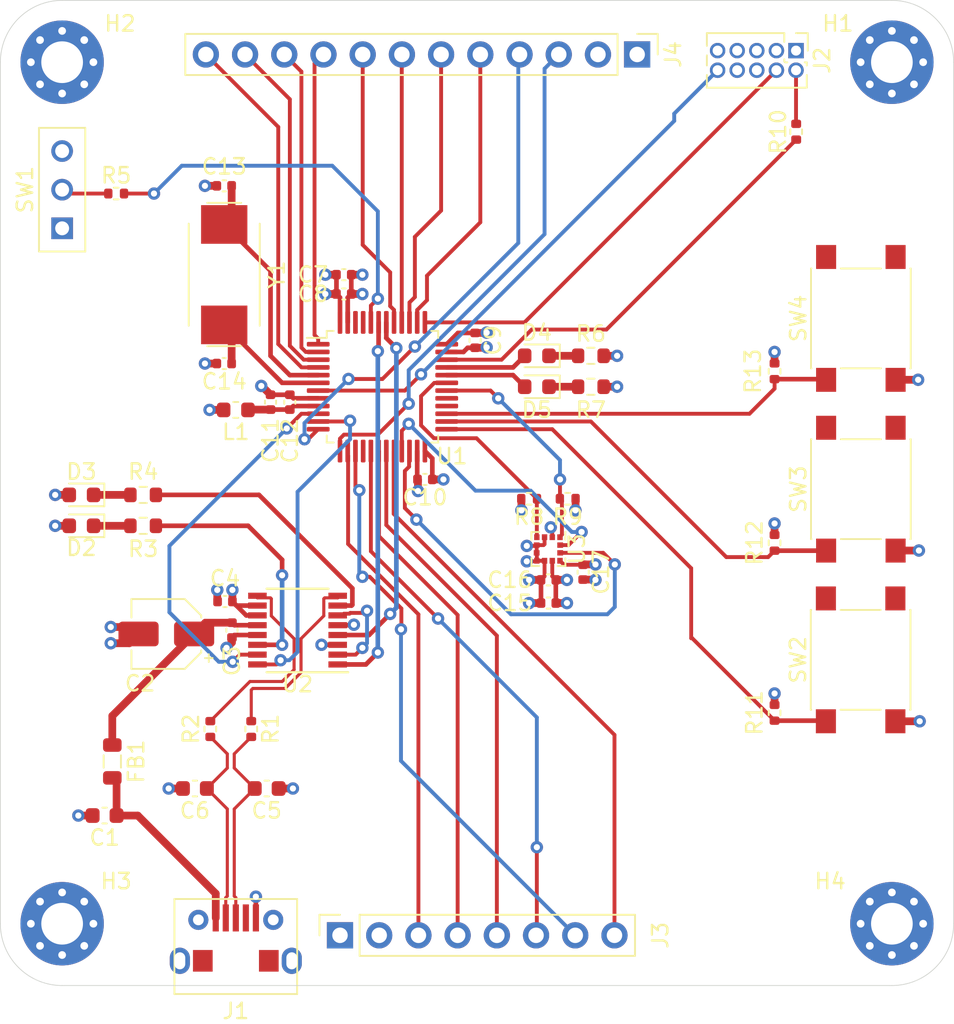
<source format=kicad_pcb>
(kicad_pcb (version 20171130) (host pcbnew "(5.1.9)-1")
  (layers (0 F.Cu signal) (1 In1.Cu power) (2 In2.Cu power) (31 B.Cu signal) (34 B.Paste user) (35 F.Paste user) (36 B.SilkS user) (37 F.SilkS user) (38 B.Mask user) (39 F.Mask user) (44 Edge.Cuts user))
  (net 0 "")
  (net 1 "Net-(C1-Pad1)")
  (net 2 GND)
  (net 3 +5V)
  (net 4 +3V3)
  (net 5 USB_CONN_D+)
  (net 6 USB_CONN_D-)
  (net 7 +3.3VA)
  (net 8 HSE_OCC_IN)
  (net 9 HSE_OCC_OUT)
  (net 10 SW_GP1)
  (net 11 "Net-(D2-Pad1)")
  (net 12 "Net-(D3-Pad1)")
  (net 13 LED_STATUS)
  (net 14 "Net-(D4-Pad1)")
  (net 15 "Net-(D5-Pad1)")
  (net 16 LED_GP)
  (net 17 "Net-(J1-Pad6)")
  (net 18 "Net-(J1-Pad4)")
  (net 19 "Net-(J2-Pad2)")
  (net 20 SW_CLK)
  (net 21 "Net-(J2-Pad6)")
  (net 22 "Net-(J2-Pad7)")
  (net 23 "Net-(J2-Pad8)")
  (net 24 NRST)
  (net 25 LCD_LED)
  (net 26 SPI1_SCK)
  (net 27 SPI1_MOSI)
  (net 28 LCD_A0)
  (net 29 LCD_RST)
  (net 30 LCD_CS)
  (net 31 LPUART1_RX)
  (net 32 LPUART1_TX)
  (net 33 GPIO8)
  (net 34 GPIO7)
  (net 35 GPIO6)
  (net 36 GPIO5)
  (net 37 GPIO4)
  (net 38 GPIO3)
  (net 39 GPIO2)
  (net 40 GPIO1)
  (net 41 USB_D+)
  (net 42 USB_D-)
  (net 43 LED_USB_RX)
  (net 44 LED_USB_TX)
  (net 45 "Net-(R5-Pad1)")
  (net 46 BOOT0)
  (net 47 I2C1_SDA)
  (net 48 I2C1_SCL)
  (net 49 SW_DIO)
  (net 50 USB_CBUS0)
  (net 51 USB_CBUS3)
  (net 52 "Net-(U1-Pad16)")
  (net 53 ACC_INT1)
  (net 54 ACC_INT2)
  (net 55 "Net-(U1-Pad28)")
  (net 56 "Net-(U1-Pad29)")
  (net 57 USART2_TX)
  (net 58 USART2_RX)
  (net 59 "Net-(U1-Pad45)")
  (net 60 "Net-(U1-Pad46)")
  (net 61 "Net-(U2-Pad2)")
  (net 62 SW_GP2)
  (net 63 SW_GP3)
  (module Resistor_SMD:R_0402_1005Metric (layer F.Cu) (at 239.9 89 270)
    (fp_text reference R13 (at 0 1.4 90) (layer F.SilkS))
    (fp_text value 1k)
    (pad 2 smd roundrect (at 0.51 0 270) (size 0.54 0.64) (layers F.Cu F.Paste F.Mask) (net 63 SW_GP3))
    (pad 1 smd roundrect (at -0.51 0 270) (size 0.54 0.64) (layers F.Cu F.Paste F.Mask) (net 2 GND))
  )
  (module Resistor_SMD:R_0402_1005Metric (layer F.Cu) (at 239.9 100.1 270)
    (fp_text reference R12 (at 0 1.3 90) (layer F.SilkS))
    (fp_text value 1k)
    (pad 2 smd roundrect (at 0.51 0 270) (size 0.54 0.64) (layers F.Cu F.Paste F.Mask) (net 62 SW_GP2))
    (pad 1 smd roundrect (at -0.51 0 270) (size 0.54 0.64) (layers F.Cu F.Paste F.Mask) (net 2 GND))
  )
  (module Resistor_SMD:R_0402_1005Metric (layer F.Cu) (at 239.9 111.1 270)
    (fp_text reference R11 (at 0 1.3 90) (layer F.SilkS))
    (fp_text value 1k)
    (pad 2 smd roundrect (at 0.51 0 270) (size 0.54 0.64) (layers F.Cu F.Paste F.Mask) (net 10 SW_GP1))
    (pad 1 smd roundrect (at -0.51 0 270) (size 0.54 0.64) (layers F.Cu F.Paste F.Mask) (net 2 GND))
  )
  (module Button_Switch_SMD:SW_Push_1P1T_NO_6x6mm_H9.5mm (layer F.Cu) (at 245.49 85.58 90)
    (fp_text reference SW4 (at 0 -4.05 90) (layer F.SilkS))
    (fp_text value SW_PUSH)
    (pad 2 smd rect (at 3.975 2.25 90) (size 1.55 1.3) (layers F.Cu F.Paste F.Mask))
    (pad 1 smd rect (at 3.975 -2.25 90) (size 1.55 1.3) (layers F.Cu F.Paste F.Mask))
    (pad 1 smd rect (at -3.975 -2.25 90) (size 1.55 1.3) (layers F.Cu F.Paste F.Mask) (net 63 SW_GP3))
    (pad 2 smd rect (at -3.975 2.25 90) (size 1.55 1.3) (layers F.Cu F.Paste F.Mask) (net 4 +3V3))
  )
  (module Button_Switch_SMD:SW_Push_1P1T_NO_6x6mm_H9.5mm (layer F.Cu) (at 245.49 96.63 90)
    (fp_text reference SW3 (at 0 -4.05 90) (layer F.SilkS))
    (fp_text value SW_PUSH)
    (pad 2 smd rect (at 3.975 2.25 90) (size 1.55 1.3) (layers F.Cu F.Paste F.Mask))
    (pad 1 smd rect (at 3.975 -2.25 90) (size 1.55 1.3) (layers F.Cu F.Paste F.Mask))
    (pad 1 smd rect (at -3.975 -2.25 90) (size 1.55 1.3) (layers F.Cu F.Paste F.Mask) (net 62 SW_GP2))
    (pad 2 smd rect (at -3.975 2.25 90) (size 1.55 1.3) (layers F.Cu F.Paste F.Mask) (net 4 +3V3))
  )
  (module LED_SMD:LED_0603_1608Metric (layer F.Cu) (at 195 99 180)
    (fp_text reference D2 (at 0 -1.43) (layer F.SilkS))
    (fp_text value YELLOW)
    (pad 2 smd roundrect (at 0.7875 0 180) (size 0.875 0.95) (layers F.Cu F.Paste F.Mask) (net 4 +3V3))
    (pad 1 smd roundrect (at -0.7875 0 180) (size 0.875 0.95) (layers F.Cu F.Paste F.Mask) (net 11 "Net-(D2-Pad1)"))
  )
  (module LED_SMD:LED_0603_1608Metric (layer F.Cu) (at 195 97 180)
    (fp_text reference D3 (at 0 1.5) (layer F.SilkS))
    (fp_text value GREEN)
    (pad 1 smd roundrect (at -0.7875 0 180) (size 0.875 0.95) (layers F.Cu F.Paste F.Mask) (net 12 "Net-(D3-Pad1)"))
    (pad 2 smd roundrect (at 0.7875 0 180) (size 0.875 0.95) (layers F.Cu F.Paste F.Mask) (net 4 +3V3))
  )
  (module Resistor_SMD:R_0603_1608Metric (layer F.Cu) (at 199 97)
    (fp_text reference R4 (at 0 -1.5) (layer F.SilkS))
    (fp_text value 270R)
    (pad 1 smd roundrect (at -0.825 0) (size 0.8 0.95) (layers F.Cu F.Paste F.Mask) (net 12 "Net-(D3-Pad1)"))
    (pad 2 smd roundrect (at 0.825 0) (size 0.8 0.95) (layers F.Cu F.Paste F.Mask) (net 44 LED_USB_TX))
  )
  (module Resistor_SMD:R_0603_1608Metric (layer F.Cu) (at 199 99)
    (fp_text reference R3 (at 0 1.5) (layer F.SilkS))
    (fp_text value 270R)
    (pad 2 smd roundrect (at 0.825 0) (size 0.8 0.95) (layers F.Cu F.Paste F.Mask) (net 43 LED_USB_RX))
    (pad 1 smd roundrect (at -0.825 0) (size 0.8 0.95) (layers F.Cu F.Paste F.Mask) (net 11 "Net-(D2-Pad1)"))
  )
  (module tyjba_footprints:UBS_Micro-B_Citzends_Aliexpress (layer F.Cu) (at 205 124.5 180)
    (fp_text reference J1 (at 0 -5.9) (layer F.SilkS))
    (fp_text value USB_B_Micro)
    (pad 11 smd rect (at 2.1375 -2.65 180) (size 1.275 1.4) (layers F.Cu F.Paste F.Mask))
    (pad 10 smd rect (at -2.1375 -2.65 180) (size 1.275 1.4) (layers F.Cu F.Paste F.Mask))
    (pad 7 thru_hole circle (at 2.425 0 180) (size 1.3 1.3) (drill 0.7) (layers *.Cu *.Mask))
    (pad 6 thru_hole circle (at -2.425 0 180) (size 1.3 1.3) (drill 0.7) (layers *.Cu *.Mask) (net 17 "Net-(J1-Pad6)"))
    (pad 9 thru_hole oval (at 3.625 -2.65 180) (size 1.3 1.7) (drill oval 0.7 1.1) (layers *.Cu *.Mask))
    (pad 8 thru_hole oval (at -3.625 -2.65 180) (size 1.3 1.7) (drill oval 0.7 1.1) (layers *.Cu *.Mask))
    (pad 1 smd rect (at 1.3 0.125 180) (size 0.4 1.75) (layers F.Cu F.Paste F.Mask) (net 1 "Net-(C1-Pad1)"))
    (pad 5 smd rect (at -1.3 0.125 180) (size 0.4 1.75) (layers F.Cu F.Paste F.Mask) (net 2 GND))
    (pad 4 smd rect (at -0.65 0.125 180) (size 0.4 1.75) (layers F.Cu F.Paste F.Mask) (net 18 "Net-(J1-Pad4)"))
    (pad 2 smd rect (at 0.65 0.125 180) (size 0.4 1.75) (layers F.Cu F.Paste F.Mask) (net 6 USB_CONN_D-))
    (pad 3 smd rect (at 0 0.125 180) (size 0.4 1.75) (layers F.Cu F.Paste F.Mask) (net 5 USB_CONN_D+))
  )
  (module tyjba_footprints:SW_Unknown_SPDT_Straight (layer F.Cu) (at 193.75 77.25 90)
    (fp_text reference SW1 (at 0 -2.4 90) (layer F.SilkS))
    (fp_text value SW_SPDT)
    (pad 1 thru_hole rect (at -2.5 0 90) (size 1.4 1.4) (drill 0.9) (layers *.Cu *.Mask) (net 4 +3V3))
    (pad 2 thru_hole circle (at 0 0 90) (size 1.4 1.4) (drill 0.9) (layers *.Cu *.Mask) (net 45 "Net-(R5-Pad1)"))
    (pad 3 thru_hole circle (at 2.5 0 90) (size 1.4 1.4) (drill 0.9) (layers *.Cu *.Mask) (net 2 GND))
  )
  (module Capacitor_SMD:C_0603_1608Metric (layer F.Cu) (at 196.5 117.75 180)
    (fp_text reference C1 (at 0 -1.43) (layer F.SilkS))
    (fp_text value 10n)
    (pad 1 smd roundrect (at -0.775 0 180) (size 0.9 0.95) (layers F.Cu F.Paste F.Mask) (net 1 "Net-(C1-Pad1)"))
    (pad 2 smd roundrect (at 0.775 0 180) (size 0.9 0.95) (layers F.Cu F.Paste F.Mask) (net 2 GND))
  )
  (module Capacitor_SMD:CP_Elec_4x5.4 (layer F.Cu) (at 200.5 106 180)
    (fp_text reference C2 (at 1.7 -3.2) (layer F.SilkS))
    (fp_text value 4.7u)
    (pad 1 smd roundrect (at -1.8 0 180) (size 2.6 1.6) (layers F.Cu F.Paste F.Mask) (roundrect_rratio 0.15625) (net 3 +5V))
    (pad 2 smd roundrect (at 1.8 0 180) (size 2.6 1.6) (layers F.Cu F.Paste F.Mask) (roundrect_rratio 0.15625) (net 2 GND))
  )
  (module Capacitor_SMD:C_0402_1005Metric (layer F.Cu) (at 204.75 105.75 270)
    (fp_text reference C3 (at 2 0 90) (layer F.SilkS))
    (fp_text value 100n)
    (pad 1 smd roundrect (at -0.48 0 270) (size 0.56 0.62) (layers F.Cu F.Paste F.Mask) (net 3 +5V))
    (pad 2 smd roundrect (at 0.48 0 270) (size 0.56 0.62) (layers F.Cu F.Paste F.Mask) (net 2 GND))
  )
  (module Capacitor_SMD:C_0402_1005Metric (layer F.Cu) (at 204.3 103.9 180)
    (fp_text reference C4 (at 0 1.5) (layer F.SilkS))
    (fp_text value 100n)
    (pad 2 smd roundrect (at 0.48 0 180) (size 0.56 0.62) (layers F.Cu F.Paste F.Mask) (net 2 GND))
    (pad 1 smd roundrect (at -0.48 0 180) (size 0.56 0.62) (layers F.Cu F.Paste F.Mask) (net 4 +3V3))
  )
  (module Capacitor_SMD:C_0603_1608Metric (layer F.Cu) (at 207 116 180)
    (fp_text reference C5 (at 0 -1.43) (layer F.SilkS))
    (fp_text value 47p)
    (pad 1 smd roundrect (at -0.775 0 180) (size 0.9 0.95) (layers F.Cu F.Paste F.Mask) (net 2 GND))
    (pad 2 smd roundrect (at 0.775 0 180) (size 0.9 0.95) (layers F.Cu F.Paste F.Mask) (net 5 USB_CONN_D+))
  )
  (module Capacitor_SMD:C_0603_1608Metric (layer F.Cu) (at 202.35 116 180)
    (fp_text reference C6 (at 0 -1.43) (layer F.SilkS))
    (fp_text value 47p)
    (pad 2 smd roundrect (at 0.775 0 180) (size 0.9 0.95) (layers F.Cu F.Paste F.Mask) (net 2 GND))
    (pad 1 smd roundrect (at -0.775 0 180) (size 0.9 0.95) (layers F.Cu F.Paste F.Mask) (net 6 USB_CONN_D-))
  )
  (module Capacitor_SMD:C_0402_1005Metric (layer F.Cu) (at 212 82.75)
    (fp_text reference C7 (at -2 0) (layer F.SilkS))
    (fp_text value 10u)
    (pad 1 smd roundrect (at -0.48 0) (size 0.56 0.62) (layers F.Cu F.Paste F.Mask) (net 4 +3V3))
    (pad 2 smd roundrect (at 0.48 0) (size 0.56 0.62) (layers F.Cu F.Paste F.Mask) (net 2 GND))
  )
  (module Capacitor_SMD:C_0402_1005Metric (layer F.Cu) (at 212 84)
    (fp_text reference C8 (at -2 0) (layer F.SilkS))
    (fp_text value 100n)
    (pad 2 smd roundrect (at 0.48 0) (size 0.56 0.62) (layers F.Cu F.Paste F.Mask) (net 2 GND))
    (pad 1 smd roundrect (at -0.48 0) (size 0.56 0.62) (layers F.Cu F.Paste F.Mask) (net 4 +3V3))
  )
  (module Capacitor_SMD:C_0402_1005Metric (layer F.Cu) (at 220.5 87 270)
    (fp_text reference C9 (at 0 -1.16 90) (layer F.SilkS))
    (fp_text value 100n)
    (pad 1 smd roundrect (at -0.48 0 270) (size 0.56 0.62) (layers F.Cu F.Paste F.Mask) (net 4 +3V3))
    (pad 2 smd roundrect (at 0.48 0 270) (size 0.56 0.62) (layers F.Cu F.Paste F.Mask) (net 2 GND))
  )
  (module Capacitor_SMD:C_0402_1005Metric (layer F.Cu) (at 217.25 96 180)
    (fp_text reference C10 (at 0 -1.16) (layer F.SilkS))
    (fp_text value 100n)
    (pad 1 smd roundrect (at -0.48 0 180) (size 0.56 0.62) (layers F.Cu F.Paste F.Mask) (net 4 +3V3))
    (pad 2 smd roundrect (at 0.48 0 180) (size 0.56 0.62) (layers F.Cu F.Paste F.Mask) (net 2 GND))
  )
  (module Capacitor_SMD:C_0402_1005Metric (layer F.Cu) (at 207.25 91 90)
    (fp_text reference C11 (at -2.48 0 90) (layer F.SilkS))
    (fp_text value 1u)
    (pad 2 smd roundrect (at 0.48 0 90) (size 0.56 0.62) (layers F.Cu F.Paste F.Mask) (net 2 GND))
    (pad 1 smd roundrect (at -0.48 0 90) (size 0.56 0.62) (layers F.Cu F.Paste F.Mask) (net 7 +3.3VA))
  )
  (module Capacitor_SMD:C_0402_1005Metric (layer F.Cu) (at 208.5 91 90)
    (fp_text reference C12 (at -2.5 0 90) (layer F.SilkS))
    (fp_text value 100n)
    (pad 1 smd roundrect (at -0.48 0 90) (size 0.56 0.62) (layers F.Cu F.Paste F.Mask) (net 7 +3.3VA))
    (pad 2 smd roundrect (at 0.48 0 90) (size 0.56 0.62) (layers F.Cu F.Paste F.Mask) (net 2 GND))
  )
  (module Capacitor_SMD:C_0402_1005Metric (layer F.Cu) (at 204.25 77 180)
    (fp_text reference C13 (at 0 1.25) (layer F.SilkS))
    (fp_text value 6p)
    (pad 1 smd roundrect (at -0.48 0 180) (size 0.56 0.62) (layers F.Cu F.Paste F.Mask) (net 8 HSE_OCC_IN))
    (pad 2 smd roundrect (at 0.48 0 180) (size 0.56 0.62) (layers F.Cu F.Paste F.Mask) (net 2 GND))
  )
  (module Capacitor_SMD:C_0402_1005Metric (layer F.Cu) (at 204.25 88.5 180)
    (fp_text reference C14 (at 0 -1.16) (layer F.SilkS))
    (fp_text value 6p)
    (pad 1 smd roundrect (at -0.48 0 180) (size 0.56 0.62) (layers F.Cu F.Paste F.Mask) (net 9 HSE_OCC_OUT))
    (pad 2 smd roundrect (at 0.48 0 180) (size 0.56 0.62) (layers F.Cu F.Paste F.Mask) (net 2 GND))
  )
  (module Capacitor_SMD:C_0402_1005Metric (layer F.Cu) (at 225.25 104 180)
    (fp_text reference C15 (at 2.5 0) (layer F.SilkS))
    (fp_text value 10u)
    (pad 2 smd roundrect (at 0.48 0 180) (size 0.56 0.62) (layers F.Cu F.Paste F.Mask) (net 2 GND))
    (pad 1 smd roundrect (at -0.48 0 180) (size 0.56 0.62) (layers F.Cu F.Paste F.Mask) (net 4 +3V3))
  )
  (module Capacitor_SMD:C_0402_1005Metric (layer F.Cu) (at 225.25 102.5 180)
    (fp_text reference C16 (at 2.5 0) (layer F.SilkS))
    (fp_text value 100n)
    (pad 2 smd roundrect (at 0.48 0 180) (size 0.56 0.62) (layers F.Cu F.Paste F.Mask) (net 2 GND))
    (pad 1 smd roundrect (at -0.48 0 180) (size 0.56 0.62) (layers F.Cu F.Paste F.Mask) (net 4 +3V3))
  )
  (module Capacitor_SMD:C_0402_1005Metric (layer F.Cu) (at 227.5 102 270)
    (fp_text reference C17 (at 0 -1.16 90) (layer F.SilkS))
    (fp_text value 100n)
    (pad 2 smd roundrect (at 0.48 0 270) (size 0.56 0.62) (layers F.Cu F.Paste F.Mask) (net 2 GND))
    (pad 1 smd roundrect (at -0.48 0 270) (size 0.56 0.62) (layers F.Cu F.Paste F.Mask) (net 4 +3V3))
  )
  (module LED_SMD:LED_0603_1608Metric (layer F.Cu) (at 224.5 88 180)
    (fp_text reference D4 (at 0 1.5) (layer F.SilkS))
    (fp_text value RED)
    (pad 2 smd roundrect (at 0.7875 0 180) (size 0.875 0.95) (layers F.Cu F.Paste F.Mask) (net 13 LED_STATUS))
    (pad 1 smd roundrect (at -0.7875 0 180) (size 0.875 0.95) (layers F.Cu F.Paste F.Mask) (net 14 "Net-(D4-Pad1)"))
  )
  (module LED_SMD:LED_0603_1608Metric (layer F.Cu) (at 224.5 90 180)
    (fp_text reference D5 (at 0 -1.5) (layer F.SilkS))
    (fp_text value BLUE)
    (pad 1 smd roundrect (at -0.7875 0 180) (size 0.875 0.95) (layers F.Cu F.Paste F.Mask) (net 15 "Net-(D5-Pad1)"))
    (pad 2 smd roundrect (at 0.7875 0 180) (size 0.875 0.95) (layers F.Cu F.Paste F.Mask) (net 16 LED_GP))
  )
  (module Inductor_SMD:L_0805_2012Metric (layer F.Cu) (at 197 114.25 270)
    (fp_text reference FB1 (at 0 -1.55 90) (layer F.SilkS))
    (fp_text value "600R @ 100MHz")
    (pad 1 smd roundrect (at -1.0625 0 270) (size 0.875 1.2) (layers F.Cu F.Paste F.Mask) (net 3 +5V))
    (pad 2 smd roundrect (at 1.0625 0 270) (size 0.875 1.2) (layers F.Cu F.Paste F.Mask) (net 1 "Net-(C1-Pad1)"))
  )
  (module MountingHole:MountingHole_2.7mm_M2.5_Pad_Via (layer F.Cu) (at 247.5 69)
    (fp_text reference H1 (at -3.5 -2.5) (layer F.SilkS))
    (fp_text value MountingHole_Pad)
    (pad 1 thru_hole circle (at 0 0) (size 5.4 5.4) (drill 2.7) (layers *.Cu *.Mask) (net 2 GND))
    (pad 1 thru_hole circle (at 2.025 0) (size 0.8 0.8) (drill 0.5) (layers *.Cu *.Mask) (net 2 GND))
    (pad 1 thru_hole circle (at 1.431891 1.431891) (size 0.8 0.8) (drill 0.5) (layers *.Cu *.Mask) (net 2 GND))
    (pad 1 thru_hole circle (at 0 2.025) (size 0.8 0.8) (drill 0.5) (layers *.Cu *.Mask) (net 2 GND))
    (pad 1 thru_hole circle (at -1.431891 1.431891) (size 0.8 0.8) (drill 0.5) (layers *.Cu *.Mask) (net 2 GND))
    (pad 1 thru_hole circle (at -2.025 0) (size 0.8 0.8) (drill 0.5) (layers *.Cu *.Mask) (net 2 GND))
    (pad 1 thru_hole circle (at -1.431891 -1.431891) (size 0.8 0.8) (drill 0.5) (layers *.Cu *.Mask) (net 2 GND))
    (pad 1 thru_hole circle (at 0 -2.025) (size 0.8 0.8) (drill 0.5) (layers *.Cu *.Mask) (net 2 GND))
    (pad 1 thru_hole circle (at 1.431891 -1.431891) (size 0.8 0.8) (drill 0.5) (layers *.Cu *.Mask) (net 2 GND))
  )
  (module MountingHole:MountingHole_2.7mm_M2.5_Pad_Via (layer F.Cu) (at 193.75 69)
    (fp_text reference H2 (at 3.75 -2.5) (layer F.SilkS))
    (fp_text value MountingHole_Pad)
    (pad 1 thru_hole circle (at 1.431891 -1.431891) (size 0.8 0.8) (drill 0.5) (layers *.Cu *.Mask) (net 2 GND))
    (pad 1 thru_hole circle (at 0 -2.025) (size 0.8 0.8) (drill 0.5) (layers *.Cu *.Mask) (net 2 GND))
    (pad 1 thru_hole circle (at -1.431891 -1.431891) (size 0.8 0.8) (drill 0.5) (layers *.Cu *.Mask) (net 2 GND))
    (pad 1 thru_hole circle (at -2.025 0) (size 0.8 0.8) (drill 0.5) (layers *.Cu *.Mask) (net 2 GND))
    (pad 1 thru_hole circle (at -1.431891 1.431891) (size 0.8 0.8) (drill 0.5) (layers *.Cu *.Mask) (net 2 GND))
    (pad 1 thru_hole circle (at 0 2.025) (size 0.8 0.8) (drill 0.5) (layers *.Cu *.Mask) (net 2 GND))
    (pad 1 thru_hole circle (at 1.431891 1.431891) (size 0.8 0.8) (drill 0.5) (layers *.Cu *.Mask) (net 2 GND))
    (pad 1 thru_hole circle (at 2.025 0) (size 0.8 0.8) (drill 0.5) (layers *.Cu *.Mask) (net 2 GND))
    (pad 1 thru_hole circle (at 0 0) (size 5.4 5.4) (drill 2.7) (layers *.Cu *.Mask) (net 2 GND))
  )
  (module MountingHole:MountingHole_2.7mm_M2.5_Pad_Via (layer F.Cu) (at 193.75 124.75)
    (fp_text reference H3 (at 3.5 -2.75) (layer F.SilkS))
    (fp_text value MountingHole_Pad)
    (pad 1 thru_hole circle (at 1.431891 -1.431891) (size 0.8 0.8) (drill 0.5) (layers *.Cu *.Mask) (net 2 GND))
    (pad 1 thru_hole circle (at 0 -2.025) (size 0.8 0.8) (drill 0.5) (layers *.Cu *.Mask) (net 2 GND))
    (pad 1 thru_hole circle (at -1.431891 -1.431891) (size 0.8 0.8) (drill 0.5) (layers *.Cu *.Mask) (net 2 GND))
    (pad 1 thru_hole circle (at -2.025 0) (size 0.8 0.8) (drill 0.5) (layers *.Cu *.Mask) (net 2 GND))
    (pad 1 thru_hole circle (at -1.431891 1.431891) (size 0.8 0.8) (drill 0.5) (layers *.Cu *.Mask) (net 2 GND))
    (pad 1 thru_hole circle (at 0 2.025) (size 0.8 0.8) (drill 0.5) (layers *.Cu *.Mask) (net 2 GND))
    (pad 1 thru_hole circle (at 1.431891 1.431891) (size 0.8 0.8) (drill 0.5) (layers *.Cu *.Mask) (net 2 GND))
    (pad 1 thru_hole circle (at 2.025 0) (size 0.8 0.8) (drill 0.5) (layers *.Cu *.Mask) (net 2 GND))
    (pad 1 thru_hole circle (at 0 0) (size 5.4 5.4) (drill 2.7) (layers *.Cu *.Mask) (net 2 GND))
  )
  (module MountingHole:MountingHole_2.7mm_M2.5_Pad_Via (layer F.Cu) (at 247.5 124.75)
    (fp_text reference H4 (at -4 -2.75) (layer F.SilkS))
    (fp_text value MountingHole_Pad)
    (pad 1 thru_hole circle (at 0 0) (size 5.4 5.4) (drill 2.7) (layers *.Cu *.Mask) (net 2 GND))
    (pad 1 thru_hole circle (at 2.025 0) (size 0.8 0.8) (drill 0.5) (layers *.Cu *.Mask) (net 2 GND))
    (pad 1 thru_hole circle (at 1.431891 1.431891) (size 0.8 0.8) (drill 0.5) (layers *.Cu *.Mask) (net 2 GND))
    (pad 1 thru_hole circle (at 0 2.025) (size 0.8 0.8) (drill 0.5) (layers *.Cu *.Mask) (net 2 GND))
    (pad 1 thru_hole circle (at -1.431891 1.431891) (size 0.8 0.8) (drill 0.5) (layers *.Cu *.Mask) (net 2 GND))
    (pad 1 thru_hole circle (at -2.025 0) (size 0.8 0.8) (drill 0.5) (layers *.Cu *.Mask) (net 2 GND))
    (pad 1 thru_hole circle (at -1.431891 -1.431891) (size 0.8 0.8) (drill 0.5) (layers *.Cu *.Mask) (net 2 GND))
    (pad 1 thru_hole circle (at 0 -2.025) (size 0.8 0.8) (drill 0.5) (layers *.Cu *.Mask) (net 2 GND))
    (pad 1 thru_hole circle (at 1.431891 -1.431891) (size 0.8 0.8) (drill 0.5) (layers *.Cu *.Mask) (net 2 GND))
  )
  (module Connector_PinHeader_1.27mm:PinHeader_2x05_P1.27mm_Vertical (layer F.Cu) (at 241.29 68.25 270)
    (fp_text reference J2 (at 0.635 -1.695 90) (layer F.SilkS))
    (fp_text value Conn_SWD)
    (pad 1 thru_hole rect (at 0 0 270) (size 1 1) (drill 0.65) (layers *.Cu *.Mask) (net 4 +3V3))
    (pad 2 thru_hole oval (at 1.27 0 270) (size 1 1) (drill 0.65) (layers *.Cu *.Mask) (net 19 "Net-(J2-Pad2)"))
    (pad 3 thru_hole oval (at 0 1.27 270) (size 1 1) (drill 0.65) (layers *.Cu *.Mask) (net 2 GND))
    (pad 4 thru_hole oval (at 1.27 1.27 270) (size 1 1) (drill 0.65) (layers *.Cu *.Mask) (net 20 SW_CLK))
    (pad 5 thru_hole oval (at 0 2.54 270) (size 1 1) (drill 0.65) (layers *.Cu *.Mask) (net 2 GND))
    (pad 6 thru_hole oval (at 1.27 2.54 270) (size 1 1) (drill 0.65) (layers *.Cu *.Mask) (net 21 "Net-(J2-Pad6)"))
    (pad 7 thru_hole oval (at 0 3.81 270) (size 1 1) (drill 0.65) (layers *.Cu *.Mask) (net 22 "Net-(J2-Pad7)"))
    (pad 8 thru_hole oval (at 1.27 3.81 270) (size 1 1) (drill 0.65) (layers *.Cu *.Mask) (net 23 "Net-(J2-Pad8)"))
    (pad 9 thru_hole oval (at 0 5.08 270) (size 1 1) (drill 0.65) (layers *.Cu *.Mask) (net 2 GND))
    (pad 10 thru_hole oval (at 1.27 5.08 270) (size 1 1) (drill 0.65) (layers *.Cu *.Mask) (net 24 NRST))
  )
  (module Connector_PinSocket_2.54mm:PinSocket_1x08_P2.54mm_Vertical (layer F.Cu) (at 211.75 125.5 90)
    (fp_text reference J3 (at 0 20.75 90) (layer F.SilkS))
    (fp_text value Conn_LCD)
    (pad 1 thru_hole rect (at 0 0 90) (size 1.7 1.7) (drill 1) (layers *.Cu *.Mask) (net 4 +3V3))
    (pad 2 thru_hole oval (at 0 2.54 90) (size 1.7 1.7) (drill 1) (layers *.Cu *.Mask) (net 2 GND))
    (pad 3 thru_hole oval (at 0 5.08 90) (size 1.7 1.7) (drill 1) (layers *.Cu *.Mask) (net 30 LCD_CS))
    (pad 4 thru_hole oval (at 0 7.62 90) (size 1.7 1.7) (drill 1) (layers *.Cu *.Mask) (net 29 LCD_RST))
    (pad 5 thru_hole oval (at 0 10.16 90) (size 1.7 1.7) (drill 1) (layers *.Cu *.Mask) (net 28 LCD_A0))
    (pad 6 thru_hole oval (at 0 12.7 90) (size 1.7 1.7) (drill 1) (layers *.Cu *.Mask) (net 27 SPI1_MOSI))
    (pad 7 thru_hole oval (at 0 15.24 90) (size 1.7 1.7) (drill 1) (layers *.Cu *.Mask) (net 26 SPI1_SCK))
    (pad 8 thru_hole oval (at 0 17.78 90) (size 1.7 1.7) (drill 1) (layers *.Cu *.Mask) (net 25 LCD_LED))
  )
  (module Connector_PinHeader_2.54mm:PinHeader_1x12_P2.54mm_Vertical (layer F.Cu) (at 231 68.5 270)
    (fp_text reference J4 (at 0 -2.33 90) (layer F.SilkS))
    (fp_text value Conn_GP)
    (pad 1 thru_hole rect (at 0 0 270) (size 1.7 1.7) (drill 1) (layers *.Cu *.Mask) (net 4 +3V3))
    (pad 2 thru_hole oval (at 0 2.54 270) (size 1.7 1.7) (drill 1) (layers *.Cu *.Mask) (net 2 GND))
    (pad 3 thru_hole oval (at 0 5.08 270) (size 1.7 1.7) (drill 1) (layers *.Cu *.Mask) (net 31 LPUART1_RX))
    (pad 4 thru_hole oval (at 0 7.62 270) (size 1.7 1.7) (drill 1) (layers *.Cu *.Mask) (net 32 LPUART1_TX))
    (pad 5 thru_hole oval (at 0 10.16 270) (size 1.7 1.7) (drill 1) (layers *.Cu *.Mask) (net 33 GPIO8))
    (pad 6 thru_hole oval (at 0 12.7 270) (size 1.7 1.7) (drill 1) (layers *.Cu *.Mask) (net 34 GPIO7))
    (pad 7 thru_hole oval (at 0 15.24 270) (size 1.7 1.7) (drill 1) (layers *.Cu *.Mask) (net 35 GPIO6))
    (pad 8 thru_hole oval (at 0 17.78 270) (size 1.7 1.7) (drill 1) (layers *.Cu *.Mask) (net 36 GPIO5))
    (pad 9 thru_hole oval (at 0 20.32 270) (size 1.7 1.7) (drill 1) (layers *.Cu *.Mask) (net 37 GPIO4))
    (pad 10 thru_hole oval (at 0 22.86 270) (size 1.7 1.7) (drill 1) (layers *.Cu *.Mask) (net 38 GPIO3))
    (pad 11 thru_hole oval (at 0 25.4 270) (size 1.7 1.7) (drill 1) (layers *.Cu *.Mask) (net 39 GPIO2))
    (pad 12 thru_hole oval (at 0 27.94 270) (size 1.7 1.7) (drill 1) (layers *.Cu *.Mask) (net 40 GPIO1))
  )
  (module Inductor_SMD:L_0603_1608Metric (layer F.Cu) (at 205 91.5 180)
    (fp_text reference L1 (at 0 -1.43) (layer F.SilkS))
    (fp_text value 27n)
    (pad 1 smd roundrect (at -0.7875 0 180) (size 0.875 0.95) (layers F.Cu F.Paste F.Mask) (net 7 +3.3VA))
    (pad 2 smd roundrect (at 0.7875 0 180) (size 0.875 0.95) (layers F.Cu F.Paste F.Mask) (net 4 +3V3))
  )
  (module Resistor_SMD:R_0402_1005Metric (layer F.Cu) (at 206 112.15 270)
    (fp_text reference R1 (at 0 -1.25 90) (layer F.SilkS))
    (fp_text value 27R)
    (pad 2 smd roundrect (at 0.51 0 270) (size 0.54 0.64) (layers F.Cu F.Paste F.Mask) (net 5 USB_CONN_D+))
    (pad 1 smd roundrect (at -0.51 0 270) (size 0.54 0.64) (layers F.Cu F.Paste F.Mask) (net 41 USB_D+))
  )
  (module Resistor_SMD:R_0402_1005Metric (layer F.Cu) (at 203.35 112.15 270)
    (fp_text reference R2 (at 0 1.25 90) (layer F.SilkS))
    (fp_text value 27R)
    (pad 1 smd roundrect (at -0.51 0 270) (size 0.54 0.64) (layers F.Cu F.Paste F.Mask) (net 42 USB_D-))
    (pad 2 smd roundrect (at 0.51 0 270) (size 0.54 0.64) (layers F.Cu F.Paste F.Mask) (net 6 USB_CONN_D-))
  )
  (module Resistor_SMD:R_0402_1005Metric (layer F.Cu) (at 197.25 77.5)
    (fp_text reference R5 (at 0 -1.17) (layer F.SilkS))
    (fp_text value 10k)
    (pad 1 smd roundrect (at -0.51 0) (size 0.54 0.64) (layers F.Cu F.Paste F.Mask) (net 45 "Net-(R5-Pad1)"))
    (pad 2 smd roundrect (at 0.51 0) (size 0.54 0.64) (layers F.Cu F.Paste F.Mask) (net 46 BOOT0))
  )
  (module Resistor_SMD:R_0603_1608Metric (layer F.Cu) (at 228 88)
    (fp_text reference R6 (at 0 -1.43) (layer F.SilkS))
    (fp_text value 1k)
    (pad 1 smd roundrect (at -0.825 0) (size 0.8 0.95) (layers F.Cu F.Paste F.Mask) (net 14 "Net-(D4-Pad1)"))
    (pad 2 smd roundrect (at 0.825 0) (size 0.8 0.95) (layers F.Cu F.Paste F.Mask) (net 2 GND))
  )
  (module Resistor_SMD:R_0603_1608Metric (layer F.Cu) (at 228 90)
    (fp_text reference R7 (at 0 1.5) (layer F.SilkS))
    (fp_text value 1k)
    (pad 2 smd roundrect (at 0.825 0) (size 0.8 0.95) (layers F.Cu F.Paste F.Mask) (net 2 GND))
    (pad 1 smd roundrect (at -0.825 0) (size 0.8 0.95) (layers F.Cu F.Paste F.Mask) (net 15 "Net-(D5-Pad1)"))
  )
  (module Resistor_SMD:R_0402_1005Metric (layer F.Cu) (at 224 97.25 180)
    (fp_text reference R8 (at 0 -1.17) (layer F.SilkS))
    (fp_text value 4R7)
    (pad 1 smd roundrect (at -0.51 0 180) (size 0.54 0.64) (layers F.Cu F.Paste F.Mask) (net 47 I2C1_SDA))
    (pad 2 smd roundrect (at 0.51 0 180) (size 0.54 0.64) (layers F.Cu F.Paste F.Mask) (net 4 +3V3))
  )
  (module Resistor_SMD:R_0402_1005Metric (layer F.Cu) (at 226.5 97.25 180)
    (fp_text reference R9 (at 0 -1.17) (layer F.SilkS))
    (fp_text value 4R7)
    (pad 2 smd roundrect (at 0.51 0 180) (size 0.54 0.64) (layers F.Cu F.Paste F.Mask) (net 48 I2C1_SCL))
    (pad 1 smd roundrect (at -0.51 0 180) (size 0.54 0.64) (layers F.Cu F.Paste F.Mask) (net 4 +3V3))
  )
  (module Resistor_SMD:R_0402_1005Metric (layer F.Cu) (at 241.3 73.5 90)
    (fp_text reference R10 (at 0 -1.17 90) (layer F.SilkS))
    (fp_text value 22R)
    (pad 2 smd roundrect (at 0.51 0 90) (size 0.54 0.64) (layers F.Cu F.Paste F.Mask) (net 19 "Net-(J2-Pad2)"))
    (pad 1 smd roundrect (at -0.51 0 90) (size 0.54 0.64) (layers F.Cu F.Paste F.Mask) (net 49 SW_DIO))
  )
  (module Button_Switch_SMD:SW_Push_1P1T_NO_6x6mm_H9.5mm (layer F.Cu) (at 245.475 107.675 90)
    (fp_text reference SW2 (at 0 -4.05 90) (layer F.SilkS))
    (fp_text value SW_PUSH)
    (pad 2 smd rect (at -3.975 2.25 90) (size 1.55 1.3) (layers F.Cu F.Paste F.Mask) (net 4 +3V3))
    (pad 1 smd rect (at -3.975 -2.25 90) (size 1.55 1.3) (layers F.Cu F.Paste F.Mask) (net 10 SW_GP1))
    (pad 1 smd rect (at 3.975 -2.25 90) (size 1.55 1.3) (layers F.Cu F.Paste F.Mask))
    (pad 2 smd rect (at 3.975 2.25 90) (size 1.55 1.3) (layers F.Cu F.Paste F.Mask))
  )
  (module Package_QFP:LQFP-48_7x7mm_P0.5mm (layer F.Cu) (at 214.5 90)
    (fp_text reference U1 (at 4.5 4.5) (layer F.SilkS))
    (fp_text value STM32L031C4Tx)
    (pad 1 smd roundrect (at -4.1625 -2.75) (size 1.475 0.3) (layers F.Cu F.Paste F.Mask) (net 37 GPIO4))
    (pad 2 smd roundrect (at -4.1625 -2.25) (size 1.475 0.3) (layers F.Cu F.Paste F.Mask) (net 38 GPIO3))
    (pad 3 smd roundrect (at -4.1625 -1.75) (size 1.475 0.3) (layers F.Cu F.Paste F.Mask) (net 39 GPIO2))
    (pad 4 smd roundrect (at -4.1625 -1.25) (size 1.475 0.3) (layers F.Cu F.Paste F.Mask) (net 40 GPIO1))
    (pad 5 smd roundrect (at -4.1625 -0.75) (size 1.475 0.3) (layers F.Cu F.Paste F.Mask) (net 8 HSE_OCC_IN))
    (pad 6 smd roundrect (at -4.1625 -0.25) (size 1.475 0.3) (layers F.Cu F.Paste F.Mask) (net 9 HSE_OCC_OUT))
    (pad 7 smd roundrect (at -4.1625 0.25) (size 1.475 0.3) (layers F.Cu F.Paste F.Mask) (net 24 NRST))
    (pad 8 smd roundrect (at -4.1625 0.75) (size 1.475 0.3) (layers F.Cu F.Paste F.Mask) (net 2 GND))
    (pad 9 smd roundrect (at -4.1625 1.25) (size 1.475 0.3) (layers F.Cu F.Paste F.Mask) (net 7 +3.3VA))
    (pad 10 smd roundrect (at -4.1625 1.75) (size 1.475 0.3) (layers F.Cu F.Paste F.Mask) (net 50 USB_CBUS0))
    (pad 11 smd roundrect (at -4.1625 2.25) (size 1.475 0.3) (layers F.Cu F.Paste F.Mask) (net 51 USB_CBUS3))
    (pad 12 smd roundrect (at -4.1625 2.75) (size 1.475 0.3) (layers F.Cu F.Paste F.Mask) (net 32 LPUART1_TX))
    (pad 13 smd roundrect (at -2.75 4.1625) (size 0.3 1.475) (layers F.Cu F.Paste F.Mask) (net 31 LPUART1_RX))
    (pad 14 smd roundrect (at -2.25 4.1625) (size 0.3 1.475) (layers F.Cu F.Paste F.Mask) (net 30 LCD_CS))
    (pad 15 smd roundrect (at -1.75 4.1625) (size 0.3 1.475) (layers F.Cu F.Paste F.Mask) (net 26 SPI1_SCK))
    (pad 16 smd roundrect (at -1.25 4.1625) (size 0.3 1.475) (layers F.Cu F.Paste F.Mask) (net 52 "Net-(U1-Pad16)"))
    (pad 17 smd roundrect (at -0.75 4.1625) (size 0.3 1.475) (layers F.Cu F.Paste F.Mask) (net 27 SPI1_MOSI))
    (pad 18 smd roundrect (at -0.25 4.1625) (size 0.3 1.475) (layers F.Cu F.Paste F.Mask) (net 29 LCD_RST))
    (pad 19 smd roundrect (at 0.25 4.1625) (size 0.3 1.475) (layers F.Cu F.Paste F.Mask) (net 28 LCD_A0))
    (pad 20 smd roundrect (at 0.75 4.1625) (size 0.3 1.475) (layers F.Cu F.Paste F.Mask) (net 25 LCD_LED))
    (pad 21 smd roundrect (at 1.25 4.1625) (size 0.3 1.475) (layers F.Cu F.Paste F.Mask) (net 53 ACC_INT1))
    (pad 22 smd roundrect (at 1.75 4.1625) (size 0.3 1.475) (layers F.Cu F.Paste F.Mask) (net 54 ACC_INT2))
    (pad 23 smd roundrect (at 2.25 4.1625) (size 0.3 1.475) (layers F.Cu F.Paste F.Mask) (net 2 GND))
    (pad 24 smd roundrect (at 2.75 4.1625) (size 0.3 1.475) (layers F.Cu F.Paste F.Mask) (net 4 +3V3))
    (pad 25 smd roundrect (at 4.1625 2.75) (size 1.475 0.3) (layers F.Cu F.Paste F.Mask) (net 10 SW_GP1))
    (pad 26 smd roundrect (at 4.1625 2.25) (size 1.475 0.3) (layers F.Cu F.Paste F.Mask) (net 62 SW_GP2))
    (pad 27 smd roundrect (at 4.1625 1.75) (size 1.475 0.3) (layers F.Cu F.Paste F.Mask) (net 63 SW_GP3))
    (pad 28 smd roundrect (at 4.1625 1.25) (size 1.475 0.3) (layers F.Cu F.Paste F.Mask) (net 55 "Net-(U1-Pad28)"))
    (pad 29 smd roundrect (at 4.1625 0.75) (size 1.475 0.3) (layers F.Cu F.Paste F.Mask) (net 56 "Net-(U1-Pad29)"))
    (pad 30 smd roundrect (at 4.1625 0.25) (size 1.475 0.3) (layers F.Cu F.Paste F.Mask) (net 48 I2C1_SCL))
    (pad 31 smd roundrect (at 4.1625 -0.25) (size 1.475 0.3) (layers F.Cu F.Paste F.Mask) (net 47 I2C1_SDA))
    (pad 32 smd roundrect (at 4.1625 -0.75) (size 1.475 0.3) (layers F.Cu F.Paste F.Mask) (net 16 LED_GP))
    (pad 33 smd roundrect (at 4.1625 -1.25) (size 1.475 0.3) (layers F.Cu F.Paste F.Mask) (net 13 LED_STATUS))
    (pad 34 smd roundrect (at 4.1625 -1.75) (size 1.475 0.3) (layers F.Cu F.Paste F.Mask) (net 49 SW_DIO))
    (pad 35 smd roundrect (at 4.1625 -2.25) (size 1.475 0.3) (layers F.Cu F.Paste F.Mask) (net 2 GND))
    (pad 36 smd roundrect (at 4.1625 -2.75) (size 1.475 0.3) (layers F.Cu F.Paste F.Mask) (net 4 +3V3))
    (pad 37 smd roundrect (at 2.75 -4.1625) (size 0.3 1.475) (layers F.Cu F.Paste F.Mask) (net 20 SW_CLK))
    (pad 38 smd roundrect (at 2.25 -4.1625) (size 0.3 1.475) (layers F.Cu F.Paste F.Mask) (net 33 GPIO8))
    (pad 39 smd roundrect (at 1.75 -4.1625) (size 0.3 1.475) (layers F.Cu F.Paste F.Mask) (net 34 GPIO7))
    (pad 40 smd roundrect (at 1.25 -4.1625) (size 0.3 1.475) (layers F.Cu F.Paste F.Mask) (net 35 GPIO6))
    (pad 41 smd roundrect (at 0.75 -4.1625) (size 0.3 1.475) (layers F.Cu F.Paste F.Mask) (net 36 GPIO5))
    (pad 42 smd roundrect (at 0.25 -4.1625) (size 0.3 1.475) (layers F.Cu F.Paste F.Mask) (net 57 USART2_TX))
    (pad 43 smd roundrect (at -0.25 -4.1625) (size 0.3 1.475) (layers F.Cu F.Paste F.Mask) (net 58 USART2_RX))
    (pad 44 smd roundrect (at -0.75 -4.1625) (size 0.3 1.475) (layers F.Cu F.Paste F.Mask) (net 46 BOOT0))
    (pad 45 smd roundrect (at -1.25 -4.1625) (size 0.3 1.475) (layers F.Cu F.Paste F.Mask) (net 59 "Net-(U1-Pad45)"))
    (pad 46 smd roundrect (at -1.75 -4.1625) (size 0.3 1.475) (layers F.Cu F.Paste F.Mask) (net 60 "Net-(U1-Pad46)"))
    (pad 47 smd roundrect (at -2.25 -4.1625) (size 0.3 1.475) (layers F.Cu F.Paste F.Mask) (net 2 GND))
    (pad 48 smd roundrect (at -2.75 -4.1625) (size 0.3 1.475) (layers F.Cu F.Paste F.Mask) (net 4 +3V3))
  )
  (module Package_SO:SSOP-16_3.9x4.9mm_P0.635mm (layer F.Cu) (at 209 105.75 180)
    (fp_text reference U2 (at 0 -3.5) (layer F.SilkS))
    (fp_text value FT230XS)
    (pad 1 smd rect (at -2.6 -2.2225 180) (size 1.2 0.4) (layers F.Cu F.Paste F.Mask) (net 58 USART2_RX))
    (pad 2 smd rect (at -2.6 -1.5875 180) (size 1.2 0.4) (layers F.Cu F.Paste F.Mask) (net 61 "Net-(U2-Pad2)"))
    (pad 3 smd rect (at -2.6 -0.9525 180) (size 1.2 0.4) (layers F.Cu F.Paste F.Mask) (net 4 +3V3))
    (pad 4 smd rect (at -2.6 -0.3175 180) (size 1.2 0.4) (layers F.Cu F.Paste F.Mask) (net 57 USART2_TX))
    (pad 5 smd rect (at -2.6 0.3175 180) (size 1.2 0.4) (layers F.Cu F.Paste F.Mask) (net 2 GND))
    (pad 6 smd rect (at -2.6 0.9525 180) (size 1.2 0.4) (layers F.Cu F.Paste F.Mask) (net 61 "Net-(U2-Pad2)"))
    (pad 7 smd rect (at -2.6 1.5875 180) (size 1.2 0.4) (layers F.Cu F.Paste F.Mask) (net 44 LED_USB_TX))
    (pad 8 smd rect (at -2.6 2.2225 180) (size 1.2 0.4) (layers F.Cu F.Paste F.Mask) (net 41 USB_D+))
    (pad 9 smd rect (at 2.6 2.2225 180) (size 1.2 0.4) (layers F.Cu F.Paste F.Mask) (net 42 USB_D-))
    (pad 10 smd rect (at 2.6 1.5875 180) (size 1.2 0.4) (layers F.Cu F.Paste F.Mask) (net 4 +3V3))
    (pad 11 smd rect (at 2.6 0.9525 180) (size 1.2 0.4) (layers F.Cu F.Paste F.Mask) (net 4 +3V3))
    (pad 12 smd rect (at 2.6 0.3175 180) (size 1.2 0.4) (layers F.Cu F.Paste F.Mask) (net 3 +5V))
    (pad 13 smd rect (at 2.6 -0.3175 180) (size 1.2 0.4) (layers F.Cu F.Paste F.Mask) (net 2 GND))
    (pad 14 smd rect (at 2.6 -0.9525 180) (size 1.2 0.4) (layers F.Cu F.Paste F.Mask) (net 43 LED_USB_RX))
    (pad 15 smd rect (at 2.6 -1.5875 180) (size 1.2 0.4) (layers F.Cu F.Paste F.Mask) (net 50 USB_CBUS0))
    (pad 16 smd rect (at 2.6 -2.2225 180) (size 1.2 0.4) (layers F.Cu F.Paste F.Mask) (net 51 USB_CBUS3))
  )
  (module Package_LGA:LGA-12_2x2mm_P0.5mm (layer F.Cu) (at 225.25 100.5 270)
    (fp_text reference U3 (at 0 -1.85 90) (layer F.SilkS))
    (fp_text value LIS2HH12)
    (pad 2 smd rect (at -0.7625 -0.25 270) (size 0.375 0.35) (layers F.Cu F.Paste F.Mask) (net 4 +3V3))
    (pad 3 smd rect (at -0.7625 0.25 270) (size 0.375 0.35) (layers F.Cu F.Paste F.Mask) (net 2 GND))
    (pad 9 smd rect (at 0.7625 -0.25 270) (size 0.375 0.35) (layers F.Cu F.Paste F.Mask) (net 4 +3V3))
    (pad 8 smd rect (at 0.7625 0.25 270) (size 0.375 0.35) (layers F.Cu F.Paste F.Mask) (net 2 GND))
    (pad 4 smd rect (at -0.7625 0.75 270) (size 0.375 0.35) (layers F.Cu F.Paste F.Mask) (net 47 I2C1_SDA))
    (pad 7 smd rect (at 0.7625 0.75 270) (size 0.375 0.35) (layers F.Cu F.Paste F.Mask) (net 2 GND))
    (pad 1 smd rect (at -0.7625 -0.75 270) (size 0.375 0.35) (layers F.Cu F.Paste F.Mask) (net 48 I2C1_SCL))
    (pad 10 smd rect (at 0.7625 -0.75 270) (size 0.375 0.35) (layers F.Cu F.Paste F.Mask) (net 4 +3V3))
    (pad 5 smd rect (at -0.25 0.7625) (size 0.375 0.35) (layers F.Cu F.Paste F.Mask) (net 2 GND))
    (pad 6 smd rect (at 0.25 0.7625) (size 0.375 0.35) (layers F.Cu F.Paste F.Mask) (net 2 GND))
    (pad 11 smd rect (at 0.25 -0.7625) (size 0.375 0.35) (layers F.Cu F.Paste F.Mask) (net 54 ACC_INT2))
    (pad 12 smd rect (at -0.25 -0.7625) (size 0.375 0.35) (layers F.Cu F.Paste F.Mask) (net 53 ACC_INT1))
  )
  (module tyjba_footprints:Crystal_NX8045GB (layer F.Cu) (at 204.25 82.75 270)
    (fp_text reference Y1 (at 0 -3.4 90) (layer F.SilkS))
    (fp_text value 8MHz)
    (pad 2 smd rect (at 3.25 0 270) (size 2.5 3) (layers F.Cu F.Paste F.Mask) (net 9 HSE_OCC_OUT))
    (pad 1 smd rect (at -3.25 0 270) (size 2.5 3) (layers F.Cu F.Paste F.Mask) (net 8 HSE_OCC_IN))
  )
  (gr_arc (start 193.75 69) (end 193.75 65) (angle -90) (layer Edge.Cuts) (width 0.05))
  (gr_arc (start 247.5 69) (end 251.5 69) (angle -90) (layer Edge.Cuts) (width 0.05))
  (gr_arc (start 247.5 124.75) (end 247.5 128.75) (angle -90) (layer Edge.Cuts) (width 0.05))
  (gr_arc (start 193.75 124.75) (end 189.75 124.75) (angle -90) (layer Edge.Cuts) (width 0.05))
  (gr_line (start 189.75 124.75) (end 189.75 69) (layer Edge.Cuts) (width 0.05))
  (gr_line (start 247.5 128.75) (end 193.75 128.75) (layer Edge.Cuts) (width 0.05))
  (gr_line (start 251.5 69) (end 251.5 124.75) (layer Edge.Cuts) (width 0.05))
  (gr_line (start 193.75 65) (end 247.5 65) (layer Edge.Cuts) (width 0.05))
  (segment (start 197.275 115.5875) (end 197 115.3125) (width 0.5) (layer F.Cu) (net 1))
  (segment (start 197.275 117.75) (end 197.275 115.5875) (width 0.5) (layer F.Cu) (net 1))
  (segment (start 198.65 117.75) (end 197.275 117.75) (width 0.5) (layer F.Cu) (net 1))
  (segment (start 203.7 122.8) (end 198.65 117.75) (width 0.5) (layer F.Cu) (net 1))
  (segment (start 203.7 124.375) (end 203.7 122.8) (width 0.5) (layer F.Cu) (net 1))
  (segment (start 212.25 84.23) (end 212.25 85.8375) (width 0.3) (layer F.Cu) (net 2))
  (segment (start 212.48 84) (end 212.25 84.23) (width 0.3) (layer F.Cu) (net 2))
  (segment (start 212.48 82.75) (end 212.48 84) (width 0.3) (layer F.Cu) (net 2))
  (segment (start 216.75 95.98) (end 216.77 96) (width 0.3) (layer F.Cu) (net 2))
  (segment (start 216.75 94.1625) (end 216.75 95.98) (width 0.3) (layer F.Cu) (net 2))
  (segment (start 218.6625 87.75) (end 219.75 87.75) (width 0.3) (layer F.Cu) (net 2))
  (segment (start 220.02 87.48) (end 220.5 87.48) (width 0.3) (layer F.Cu) (net 2))
  (segment (start 219.75 87.75) (end 220.02 87.48) (width 0.3) (layer F.Cu) (net 2))
  (segment (start 208.73 90.75) (end 208.5 90.52) (width 0.3) (layer F.Cu) (net 2))
  (segment (start 210.3375 90.75) (end 208.73 90.75) (width 0.3) (layer F.Cu) (net 2))
  (segment (start 207.25 90.52) (end 208.5 90.52) (width 0.3) (layer F.Cu) (net 2))
  (segment (start 204.9125 106.0675) (end 204.75 106.23) (width 0.3) (layer F.Cu) (net 2))
  (segment (start 206.4 106.0675) (end 204.9125 106.0675) (width 0.3) (layer F.Cu) (net 2))
  (segment (start 225 101.2625) (end 224.5 101.2625) (width 0.25) (layer F.Cu) (net 2))
  (segment (start 224.5 100.7625) (end 224.4875 100.75) (width 0.25) (layer F.Cu) (net 2))
  (segment (start 224.5 101.2625) (end 224.5 100.7625) (width 0.25) (layer F.Cu) (net 2))
  (segment (start 224.4875 100.75) (end 224.4875 100.25) (width 0.25) (layer F.Cu) (net 2))
  (segment (start 225 99.7375) (end 225 99.75) (width 0.25) (layer F.Cu) (net 2))
  (segment (start 225 102.27) (end 224.77 102.5) (width 0.25) (layer F.Cu) (net 2))
  (segment (start 225 101.2625) (end 225 102.27) (width 0.25) (layer F.Cu) (net 2))
  (segment (start 224.77 102.5) (end 224.77 104) (width 0.3) (layer F.Cu) (net 2))
  (segment (start 224.935002 100.25) (end 224.4875 100.25) (width 0.25) (layer F.Cu) (net 2))
  (segment (start 225.000001 100.185001) (end 224.935002 100.25) (width 0.25) (layer F.Cu) (net 2))
  (segment (start 225 99.7375) (end 225.000001 100.185001) (width 0.25) (layer F.Cu) (net 2))
  (via (at 203 77) (size 0.8) (drill 0.4) (layers F.Cu B.Cu) (net 2))
  (via (at 203 88.5) (size 0.8) (drill 0.4) (layers F.Cu B.Cu) (net 2))
  (via (at 206.65 89.95) (size 0.8) (drill 0.4) (layers F.Cu B.Cu) (net 2))
  (via (at 216.8 96.75) (size 0.8) (drill 0.4) (layers F.Cu B.Cu) (net 2))
  (via (at 223.85 100.3) (size 0.8) (drill 0.4) (layers F.Cu B.Cu) (net 2))
  (via (at 223.85 101.3) (size 0.8) (drill 0.4) (layers F.Cu B.Cu) (net 2))
  (via (at 228.3 102.5) (size 0.8) (drill 0.4) (layers F.Cu B.Cu) (net 2))
  (via (at 224 102.5) (size 0.8) (drill 0.4) (layers F.Cu B.Cu) (net 2))
  (via (at 224 104) (size 0.8) (drill 0.4) (layers F.Cu B.Cu) (net 2))
  (via (at 239.9 98.85) (size 0.8) (drill 0.4) (layers F.Cu B.Cu) (net 2))
  (via (at 239.9 109.85) (size 0.8) (drill 0.4) (layers F.Cu B.Cu) (net 2))
  (via (at 239.9 87.75) (size 0.8) (drill 0.4) (layers F.Cu B.Cu) (net 2))
  (via (at 196.9 105.55) (size 0.8) (drill 0.4) (layers F.Cu B.Cu) (net 2))
  (via (at 196.9 106.6) (size 0.8) (drill 0.4) (layers F.Cu B.Cu) (net 2))
  (via (at 194.8 117.75) (size 0.8) (drill 0.4) (layers F.Cu B.Cu) (net 2))
  (via (at 200.65 116) (size 0.8) (drill 0.4) (layers F.Cu B.Cu) (net 2))
  (via (at 208.7 116) (size 0.8) (drill 0.4) (layers F.Cu B.Cu) (net 2))
  (via (at 203.8 103.15) (size 0.8) (drill 0.4) (layers F.Cu B.Cu) (net 2))
  (via (at 229.7 90) (size 0.8) (drill 0.4) (layers F.Cu B.Cu) (net 2))
  (via (at 229.7 88) (size 0.8) (drill 0.4) (layers F.Cu B.Cu) (net 2))
  (via (at 221.25 87.45) (size 0.8) (drill 0.4) (layers F.Cu B.Cu) (net 2))
  (via (at 213.2 84) (size 0.8) (drill 0.4) (layers F.Cu B.Cu) (net 2))
  (via (at 213.2 82.75) (size 0.8) (drill 0.4) (layers F.Cu B.Cu) (net 2))
  (via (at 206.3 123) (size 0.8) (drill 0.4) (layers F.Cu B.Cu) (net 2))
  (segment (start 194.8 117.75) (end 195.725 117.75) (width 0.5) (layer F.Cu) (net 2))
  (segment (start 200.65 116) (end 201.575 116) (width 0.5) (layer F.Cu) (net 2))
  (segment (start 208.7 116) (end 207.775 116) (width 0.5) (layer F.Cu) (net 2))
  (segment (start 239.9 109.85) (end 239.9 110.59) (width 0.5) (layer F.Cu) (net 2))
  (segment (start 239.9 87.75) (end 239.9 88.49) (width 0.5) (layer F.Cu) (net 2))
  (segment (start 229.7 88) (end 228.825 88) (width 0.5) (layer F.Cu) (net 2))
  (segment (start 229.7 90) (end 228.825 90) (width 0.5) (layer F.Cu) (net 2))
  (segment (start 213.2 82.75) (end 212.48 82.75) (width 0.5) (layer F.Cu) (net 2))
  (segment (start 213.2 84) (end 212.48 84) (width 0.5) (layer F.Cu) (net 2))
  (segment (start 203 88.5) (end 203.77 88.5) (width 0.5) (layer F.Cu) (net 2))
  (segment (start 206.68 89.95) (end 207.25 90.52) (width 0.5) (layer F.Cu) (net 2))
  (segment (start 206.65 89.95) (end 206.68 89.95) (width 0.5) (layer F.Cu) (net 2))
  (segment (start 203 77) (end 203.77 77) (width 0.5) (layer F.Cu) (net 2))
  (segment (start 198.25 105.55) (end 198.7 106) (width 0.5) (layer F.Cu) (net 2))
  (segment (start 196.9 105.55) (end 198.25 105.55) (width 0.5) (layer F.Cu) (net 2))
  (segment (start 198.1 106.6) (end 198.7 106) (width 0.5) (layer F.Cu) (net 2))
  (segment (start 196.9 106.6) (end 198.1 106.6) (width 0.5) (layer F.Cu) (net 2))
  (segment (start 203.8 103.88) (end 203.82 103.9) (width 0.5) (layer F.Cu) (net 2))
  (segment (start 203.8 103.15) (end 203.8 103.88) (width 0.5) (layer F.Cu) (net 2))
  (segment (start 206.3 123) (end 206.3 124.375) (width 0.3) (layer F.Cu) (net 2))
  (segment (start 221.22 87.48) (end 221.25 87.45) (width 0.5) (layer F.Cu) (net 2))
  (segment (start 220.5 87.48) (end 221.22 87.48) (width 0.5) (layer F.Cu) (net 2))
  (segment (start 216.8 96.03) (end 216.77 96) (width 0.5) (layer F.Cu) (net 2))
  (segment (start 216.8 96.75) (end 216.8 96.03) (width 0.5) (layer F.Cu) (net 2))
  (segment (start 224.4375 100.3) (end 224.4875 100.25) (width 0.25) (layer F.Cu) (net 2))
  (segment (start 223.85 100.3) (end 224.4375 100.3) (width 0.25) (layer F.Cu) (net 2))
  (segment (start 224.4625 101.3) (end 224.5 101.2625) (width 0.25) (layer F.Cu) (net 2))
  (segment (start 223.85 101.3) (end 224.4625 101.3) (width 0.25) (layer F.Cu) (net 2))
  (segment (start 224 102.5) (end 224.77 102.5) (width 0.5) (layer F.Cu) (net 2))
  (segment (start 224 104) (end 224.77 104) (width 0.5) (layer F.Cu) (net 2))
  (segment (start 228.28 102.48) (end 228.3 102.5) (width 0.5) (layer F.Cu) (net 2))
  (segment (start 227.5 102.48) (end 228.28 102.48) (width 0.5) (layer F.Cu) (net 2))
  (segment (start 239.9 98.85) (end 239.9 99.59) (width 0.5) (layer F.Cu) (net 2))
  (via (at 212.65 105.4) (size 0.8) (drill 0.4) (layers F.Cu B.Cu) (net 2))
  (segment (start 212.6175 105.4325) (end 212.65 105.4) (width 0.3) (layer F.Cu) (net 2))
  (segment (start 211.6 105.4325) (end 212.6175 105.4325) (width 0.3) (layer F.Cu) (net 2))
  (via (at 204.4 106.9) (size 0.8) (drill 0.4) (layers F.Cu B.Cu) (net 2))
  (segment (start 204.75 106.55) (end 204.4 106.9) (width 0.5) (layer F.Cu) (net 2))
  (segment (start 204.75 106.23) (end 204.75 106.55) (width 0.5) (layer F.Cu) (net 2))
  (segment (start 204.9125 105.4325) (end 206.4 105.4325) (width 0.3) (layer F.Cu) (net 3))
  (segment (start 204.75 105.27) (end 204.9125 105.4325) (width 0.3) (layer F.Cu) (net 3))
  (segment (start 203.03 105.27) (end 202.3 106) (width 0.5) (layer F.Cu) (net 3))
  (segment (start 204.75 105.27) (end 203.03 105.27) (width 0.5) (layer F.Cu) (net 3))
  (segment (start 197 111.3) (end 202.3 106) (width 0.5) (layer F.Cu) (net 3))
  (segment (start 197 113.1875) (end 197 111.3) (width 0.5) (layer F.Cu) (net 3))
  (segment (start 211.75 84.23) (end 211.52 84) (width 0.3) (layer F.Cu) (net 4))
  (segment (start 211.75 85.8375) (end 211.75 84.23) (width 0.3) (layer F.Cu) (net 4))
  (segment (start 211.52 84) (end 211.52 82.75) (width 0.3) (layer F.Cu) (net 4))
  (segment (start 219.3925 86.52) (end 220.5 86.52) (width 0.3) (layer F.Cu) (net 4))
  (segment (start 218.6625 87.25) (end 219.3925 86.52) (width 0.3) (layer F.Cu) (net 4))
  (segment (start 217.73 94.6425) (end 217.25 94.1625) (width 0.3) (layer F.Cu) (net 4))
  (segment (start 217.73 96) (end 217.73 94.6425) (width 0.3) (layer F.Cu) (net 4))
  (segment (start 225.5 102.27) (end 225.73 102.5) (width 0.25) (layer F.Cu) (net 4))
  (segment (start 225.5 101.2625) (end 225.5 102.27) (width 0.25) (layer F.Cu) (net 4))
  (segment (start 225.73 104) (end 225.73 102.5) (width 0.3) (layer F.Cu) (net 4))
  (segment (start 205.0425 104.1625) (end 204.78 103.9) (width 0.3) (layer F.Cu) (net 4))
  (segment (start 206.4 104.1625) (end 205.0425 104.1625) (width 0.3) (layer F.Cu) (net 4))
  (segment (start 205.6775 104.7975) (end 204.78 103.9) (width 0.3) (layer F.Cu) (net 4))
  (segment (start 206.4 104.7975) (end 205.6775 104.7975) (width 0.3) (layer F.Cu) (net 4))
  (segment (start 204.78 103.9) (end 204.78 103.9) (width 0.3) (layer F.Cu) (net 4))
  (via (at 204.78 103.15) (size 0.8) (drill 0.4) (layers F.Cu B.Cu) (net 4))
  (via (at 210.55 106.7) (size 0.8) (drill 0.4) (layers F.Cu B.Cu) (net 4))
  (via (at 249.2 89.55) (size 0.8) (drill 0.4) (layers F.Cu B.Cu) (net 4))
  (via (at 249.25 100.6) (size 0.8) (drill 0.4) (layers F.Cu B.Cu) (net 4))
  (via (at 249.3 111.65) (size 0.8) (drill 0.4) (layers F.Cu B.Cu) (net 4))
  (via (at 228.3 101.5) (size 0.8) (drill 0.4) (layers F.Cu B.Cu) (net 4))
  (via (at 226.45 104) (size 0.8) (drill 0.4) (layers F.Cu B.Cu) (net 4))
  (via (at 223.5 98) (size 0.8) (drill 0.4) (layers F.Cu B.Cu) (net 4))
  (via (at 227 98) (size 0.8) (drill 0.4) (layers F.Cu B.Cu) (net 4))
  (via (at 225.4 99.1) (size 0.8) (drill 0.4) (layers F.Cu B.Cu) (net 4))
  (via (at 193.3 97) (size 0.8) (drill 0.4) (layers F.Cu B.Cu) (net 4))
  (via (at 193.3 99) (size 0.8) (drill 0.4) (layers F.Cu B.Cu) (net 4))
  (via (at 218.45 96) (size 0.8) (drill 0.4) (layers F.Cu B.Cu) (net 4))
  (via (at 203.3 91.5) (size 0.8) (drill 0.4) (layers F.Cu B.Cu) (net 4))
  (via (at 226.45 102.5) (size 0.8) (drill 0.4) (layers F.Cu B.Cu) (net 4))
  (segment (start 226.2575 101.52) (end 226 101.2625) (width 0.25) (layer F.Cu) (net 4))
  (segment (start 227.5 101.52) (end 226.2575 101.52) (width 0.25) (layer F.Cu) (net 4))
  (via (at 221.25 86.5) (size 0.8) (drill 0.4) (layers F.Cu B.Cu) (net 4))
  (via (at 210.8 82.75) (size 0.8) (drill 0.4) (layers F.Cu B.Cu) (net 4))
  (via (at 210.8 84) (size 0.8) (drill 0.4) (layers F.Cu B.Cu) (net 4))
  (segment (start 249.3 111.65) (end 247.725 111.65) (width 0.5) (layer F.Cu) (net 4))
  (segment (start 247.745 100.6) (end 247.74 100.605) (width 0.5) (layer F.Cu) (net 4))
  (segment (start 249.25 100.6) (end 247.745 100.6) (width 0.5) (layer F.Cu) (net 4))
  (segment (start 247.745 89.55) (end 247.74 89.555) (width 0.5) (layer F.Cu) (net 4))
  (segment (start 249.2 89.55) (end 247.745 89.55) (width 0.5) (layer F.Cu) (net 4))
  (segment (start 210.8 82.75) (end 211.52 82.75) (width 0.5) (layer F.Cu) (net 4))
  (segment (start 210.8 84) (end 211.52 84) (width 0.5) (layer F.Cu) (net 4))
  (segment (start 203.3 91.5) (end 204.2125 91.5) (width 0.5) (layer F.Cu) (net 4))
  (segment (start 193.3 97) (end 194.2125 97) (width 0.5) (layer F.Cu) (net 4))
  (segment (start 193.3 99) (end 194.2125 99) (width 0.5) (layer F.Cu) (net 4))
  (segment (start 204.78 103.15) (end 204.78 103.9) (width 0.5) (layer F.Cu) (net 4))
  (segment (start 211.5975 106.7) (end 211.6 106.7025) (width 0.3) (layer F.Cu) (net 4))
  (segment (start 210.55 106.7) (end 211.5975 106.7) (width 0.3) (layer F.Cu) (net 4))
  (segment (start 221.23 86.52) (end 221.25 86.5) (width 0.5) (layer F.Cu) (net 4))
  (segment (start 220.5 86.52) (end 221.23 86.52) (width 0.5) (layer F.Cu) (net 4))
  (segment (start 218.45 96) (end 217.73 96) (width 0.5) (layer F.Cu) (net 4))
  (segment (start 223.5 97.26) (end 223.49 97.25) (width 0.5) (layer F.Cu) (net 4))
  (segment (start 223.5 98) (end 223.5 97.26) (width 0.5) (layer F.Cu) (net 4))
  (segment (start 227.01 97.99) (end 227 98) (width 0.5) (layer F.Cu) (net 4))
  (segment (start 227.01 97.25) (end 227.01 97.99) (width 0.5) (layer F.Cu) (net 4))
  (segment (start 225.5 99.2) (end 225.4 99.1) (width 0.25) (layer F.Cu) (net 4))
  (segment (start 225.5 99.7375) (end 225.5 99.2) (width 0.25) (layer F.Cu) (net 4))
  (segment (start 226.45 104) (end 225.73 104) (width 0.5) (layer F.Cu) (net 4))
  (segment (start 226.45 102.5) (end 225.73 102.5) (width 0.5) (layer F.Cu) (net 4))
  (segment (start 227.52 101.5) (end 227.5 101.52) (width 0.5) (layer F.Cu) (net 4))
  (segment (start 228.3 101.5) (end 227.52 101.5) (width 0.5) (layer F.Cu) (net 4))
  (segment (start 204.9 117.325) (end 206.225 116) (width 0.2) (layer F.Cu) (net 5))
  (segment (start 204.9 122.962499) (end 204.9 117.325) (width 0.2) (layer F.Cu) (net 5))
  (segment (start 205 123.062499) (end 204.9 122.962499) (width 0.2) (layer F.Cu) (net 5))
  (segment (start 205 124.375) (end 205 123.062499) (width 0.2) (layer F.Cu) (net 5))
  (segment (start 204.9 113.76) (end 206 112.66) (width 0.2) (layer F.Cu) (net 5))
  (segment (start 204.9 114.675) (end 204.9 113.76) (width 0.2) (layer F.Cu) (net 5))
  (segment (start 206.225 116) (end 204.9 114.675) (width 0.2) (layer F.Cu) (net 5))
  (segment (start 204.45 117.325) (end 203.125 116) (width 0.2) (layer F.Cu) (net 6))
  (segment (start 204.35 123.062499) (end 204.45 122.962499) (width 0.2) (layer F.Cu) (net 6))
  (segment (start 204.35 124.375) (end 204.35 123.062499) (width 0.2) (layer F.Cu) (net 6))
  (segment (start 204.45 122.962499) (end 204.45 117.325) (width 0.2) (layer F.Cu) (net 6))
  (segment (start 204.45 113.76) (end 203.35 112.66) (width 0.2) (layer F.Cu) (net 6))
  (segment (start 204.45 114.675) (end 204.45 113.76) (width 0.2) (layer F.Cu) (net 6))
  (segment (start 203.125 116) (end 204.45 114.675) (width 0.2) (layer F.Cu) (net 6))
  (segment (start 208.73 91.25) (end 208.5 91.48) (width 0.3) (layer F.Cu) (net 7))
  (segment (start 210.3375 91.25) (end 208.73 91.25) (width 0.3) (layer F.Cu) (net 7))
  (segment (start 208.5 91.48) (end 207.25 91.48) (width 0.3) (layer F.Cu) (net 7))
  (segment (start 205.8075 91.48) (end 205.7875 91.5) (width 0.5) (layer F.Cu) (net 7))
  (segment (start 207.25 91.48) (end 205.8075 91.48) (width 0.5) (layer F.Cu) (net 7))
  (segment (start 210.3375 89.25) (end 208.5 89.25) (width 0.3) (layer F.Cu) (net 8))
  (segment (start 208.5 89.25) (end 207.25 88) (width 0.3) (layer F.Cu) (net 8))
  (segment (start 207.25 82.5) (end 204.25 79.5) (width 0.3) (layer F.Cu) (net 8))
  (segment (start 207.25 88) (end 207.25 82.5) (width 0.3) (layer F.Cu) (net 8))
  (segment (start 204.73 79.02) (end 204.25 79.5) (width 0.5) (layer F.Cu) (net 8))
  (segment (start 204.73 77) (end 204.73 79.02) (width 0.5) (layer F.Cu) (net 8))
  (segment (start 208 89.75) (end 204.25 86) (width 0.3) (layer F.Cu) (net 9))
  (segment (start 210.3375 89.75) (end 208 89.75) (width 0.3) (layer F.Cu) (net 9))
  (segment (start 204.73 86.48) (end 204.25 86) (width 0.5) (layer F.Cu) (net 9))
  (segment (start 204.73 88.5) (end 204.73 86.48) (width 0.5) (layer F.Cu) (net 9))
  (segment (start 218.6625 92.75) (end 225.5 92.75) (width 0.25) (layer F.Cu) (net 10))
  (segment (start 225.5 92.75) (end 234.5 101.75) (width 0.25) (layer F.Cu) (net 10))
  (segment (start 234.5 101.75) (end 234.5 106.275) (width 0.25) (layer F.Cu) (net 10))
  (segment (start 234.565 106.275) (end 239.9 111.61) (width 0.25) (layer F.Cu) (net 10))
  (segment (start 234.5 106.275) (end 234.565 106.275) (width 0.25) (layer F.Cu) (net 10))
  (segment (start 243.185 111.61) (end 243.225 111.65) (width 0.3) (layer F.Cu) (net 10))
  (segment (start 239.9 111.61) (end 243.185 111.61) (width 0.3) (layer F.Cu) (net 10))
  (segment (start 198.175 99) (end 195.7875 99) (width 0.5) (layer F.Cu) (net 11))
  (segment (start 198.175 97) (end 195.7875 97) (width 0.5) (layer F.Cu) (net 12))
  (segment (start 222.9625 88.75) (end 223.7125 88) (width 0.3) (layer F.Cu) (net 13))
  (segment (start 218.6625 88.75) (end 222.9625 88.75) (width 0.3) (layer F.Cu) (net 13))
  (segment (start 225.2875 88) (end 227.175 88) (width 0.5) (layer F.Cu) (net 14))
  (segment (start 225.2875 90) (end 227.175 90) (width 0.5) (layer F.Cu) (net 15))
  (segment (start 222.9625 89.25) (end 223.7125 90) (width 0.3) (layer F.Cu) (net 16))
  (segment (start 218.6625 89.25) (end 222.9625 89.25) (width 0.3) (layer F.Cu) (net 16))
  (segment (start 241.29 72.98) (end 241.3 72.99) (width 0.25) (layer F.Cu) (net 19))
  (segment (start 241.29 69.52) (end 241.29 72.98) (width 0.25) (layer F.Cu) (net 19))
  (segment (start 223.7025 85.8375) (end 240.02 69.52) (width 0.25) (layer F.Cu) (net 20))
  (segment (start 217.25 85.8375) (end 223.7025 85.8375) (width 0.25) (layer F.Cu) (net 20))
  (via (at 217 89.2) (size 0.8) (drill 0.4) (layers F.Cu B.Cu) (net 24))
  (segment (start 215.95 90.25) (end 217 89.2) (width 0.25) (layer F.Cu) (net 24))
  (segment (start 210.3375 90.25) (end 215.95 90.25) (width 0.25) (layer F.Cu) (net 24))
  (segment (start 217 89.2) (end 233.4 72.8) (width 0.25) (layer B.Cu) (net 24))
  (segment (start 233.4 72.33) (end 236.21 69.52) (width 0.25) (layer B.Cu) (net 24))
  (segment (start 233.4 72.8) (end 233.4 72.33) (width 0.25) (layer B.Cu) (net 24))
  (segment (start 215.22501 94.17499) (end 215.22501 98.22501) (width 0.25) (layer F.Cu) (net 25))
  (segment (start 215.2375 94.1625) (end 215.22501 94.17499) (width 0.25) (layer F.Cu) (net 25))
  (segment (start 215.25 94.1625) (end 215.2375 94.1625) (width 0.25) (layer F.Cu) (net 25))
  (segment (start 229.53 112.53) (end 229.53 125.5) (width 0.25) (layer F.Cu) (net 25))
  (segment (start 215.22501 98.22501) (end 229.53 112.53) (width 0.25) (layer F.Cu) (net 25))
  (via (at 213 96.7) (size 0.8) (drill 0.4) (layers F.Cu B.Cu) (net 26))
  (segment (start 212.75 96.45) (end 212.75 94.1625) (width 0.25) (layer F.Cu) (net 26))
  (segment (start 213 96.7) (end 212.75 96.45) (width 0.25) (layer F.Cu) (net 26))
  (via (at 213.2 102.3) (size 0.8) (drill 0.4) (layers F.Cu B.Cu) (net 26))
  (segment (start 213 102.1) (end 213.2 102.3) (width 0.25) (layer B.Cu) (net 26))
  (segment (start 213 96.7) (end 213 102.1) (width 0.25) (layer B.Cu) (net 26))
  (via (at 215.7 105.7) (size 0.8) (drill 0.4) (layers F.Cu B.Cu) (net 26))
  (segment (start 215.725001 105.674999) (end 215.7 105.7) (width 0.25) (layer F.Cu) (net 26))
  (segment (start 213.673002 102.3) (end 215.725001 104.351999) (width 0.25) (layer F.Cu) (net 26))
  (segment (start 215.725001 104.351999) (end 215.725001 105.674999) (width 0.25) (layer F.Cu) (net 26))
  (segment (start 213.2 102.3) (end 213.673002 102.3) (width 0.25) (layer F.Cu) (net 26))
  (segment (start 215.7 114.21) (end 226.99 125.5) (width 0.25) (layer B.Cu) (net 26))
  (segment (start 215.7 105.7) (end 215.7 114.21) (width 0.25) (layer B.Cu) (net 26))
  (via (at 218.1 105) (size 0.8) (drill 0.4) (layers F.Cu B.Cu) (net 27))
  (segment (start 213.75 100.65) (end 218.1 105) (width 0.25) (layer F.Cu) (net 27))
  (segment (start 213.75 94.1625) (end 213.75 100.65) (width 0.25) (layer F.Cu) (net 27))
  (segment (start 218.1 105) (end 224.5 111.4) (width 0.25) (layer B.Cu) (net 27))
  (via (at 224.5 119.8) (size 0.8) (drill 0.4) (layers F.Cu B.Cu) (net 27))
  (segment (start 224.5 111.4) (end 224.5 119.8) (width 0.25) (layer B.Cu) (net 27))
  (segment (start 224.5 125.45) (end 224.45 125.5) (width 0.25) (layer F.Cu) (net 27))
  (segment (start 224.5 119.8) (end 224.5 125.45) (width 0.25) (layer F.Cu) (net 27))
  (segment (start 214.75 94.1625) (end 214.75 98.95) (width 0.25) (layer F.Cu) (net 28))
  (segment (start 221.91 106.11) (end 221.91 125.5) (width 0.25) (layer F.Cu) (net 28))
  (segment (start 214.75 98.95) (end 221.91 106.11) (width 0.25) (layer F.Cu) (net 28))
  (segment (start 219.37 125.5) (end 219.37 104.77) (width 0.25) (layer F.Cu) (net 29))
  (segment (start 214.27499 94.18749) (end 214.25 94.1625) (width 0.25) (layer F.Cu) (net 29))
  (segment (start 214.27499 99.67499) (end 214.27499 94.18749) (width 0.25) (layer F.Cu) (net 29))
  (segment (start 219.37 104.77) (end 214.27499 99.67499) (width 0.25) (layer F.Cu) (net 29))
  (segment (start 216.83 125.5) (end 216.83 104.73) (width 0.25) (layer F.Cu) (net 30))
  (segment (start 212.27499 100.17499) (end 216.83 104.73) (width 0.25) (layer F.Cu) (net 30))
  (segment (start 212.27499 94.47499) (end 212.27499 100.17499) (width 0.25) (layer F.Cu) (net 30))
  (segment (start 212.25 94.45) (end 212.27499 94.47499) (width 0.25) (layer F.Cu) (net 30))
  (segment (start 212.25 94.1625) (end 212.25 94.45) (width 0.25) (layer F.Cu) (net 30))
  (via (at 216.2 91.1) (size 0.8) (drill 0.4) (layers F.Cu B.Cu) (net 31))
  (segment (start 214.20001 93.09999) (end 216.2 91.1) (width 0.25) (layer F.Cu) (net 31))
  (segment (start 212.009308 93.09999) (end 214.20001 93.09999) (width 0.25) (layer F.Cu) (net 31))
  (segment (start 211.75 93.359298) (end 212.009308 93.09999) (width 0.25) (layer F.Cu) (net 31))
  (segment (start 211.75 94.1625) (end 211.75 93.359298) (width 0.25) (layer F.Cu) (net 31))
  (segment (start 225 69.42) (end 225.92 68.5) (width 0.25) (layer B.Cu) (net 31))
  (segment (start 225 80.126998) (end 225 69.42) (width 0.25) (layer B.Cu) (net 31))
  (segment (start 216.2 88.926998) (end 225 80.126998) (width 0.25) (layer B.Cu) (net 31))
  (segment (start 216.2 91.1) (end 216.2 88.926998) (width 0.25) (layer B.Cu) (net 31))
  (segment (start 223.3 68.58) (end 223.38 68.5) (width 0.25) (layer F.Cu) (net 32))
  (via (at 216.6 87.4) (size 0.8) (drill 0.4) (layers F.Cu B.Cu) (net 32))
  (via (at 212.3 89.5) (size 0.8) (drill 0.4) (layers F.Cu B.Cu) (net 32))
  (segment (start 214.5 89.5) (end 212.3 89.5) (width 0.25) (layer F.Cu) (net 32))
  (segment (start 216.6 87.4) (end 214.5 89.5) (width 0.25) (layer F.Cu) (net 32))
  (via (at 209.45 93.4) (size 0.8) (drill 0.4) (layers F.Cu B.Cu) (net 32))
  (segment (start 223.3 68.58) (end 223.38 68.5) (width 0.25) (layer B.Cu) (net 32))
  (segment (start 223.3 80.7) (end 223.3 68.58) (width 0.25) (layer B.Cu) (net 32))
  (segment (start 216.6 87.4) (end 223.3 80.7) (width 0.25) (layer B.Cu) (net 32))
  (segment (start 209.6875 93.4) (end 210.3375 92.75) (width 0.25) (layer F.Cu) (net 32))
  (segment (start 209.45 93.4) (end 209.6875 93.4) (width 0.25) (layer F.Cu) (net 32))
  (segment (start 209.45 92.35) (end 212.3 89.5) (width 0.25) (layer B.Cu) (net 32))
  (segment (start 209.45 93.4) (end 209.45 92.35) (width 0.25) (layer B.Cu) (net 32))
  (segment (start 216.75 85.034298) (end 217.384298 84.4) (width 0.25) (layer F.Cu) (net 33))
  (segment (start 216.75 85.8375) (end 216.75 85.034298) (width 0.25) (layer F.Cu) (net 33))
  (segment (start 217.384298 84.4) (end 217.384298 82.815702) (width 0.25) (layer F.Cu) (net 33))
  (segment (start 220.84 79.36) (end 220.84 68.5) (width 0.25) (layer F.Cu) (net 33))
  (segment (start 217.384298 82.815702) (end 220.84 79.36) (width 0.25) (layer F.Cu) (net 33))
  (segment (start 216.25 85.8375) (end 216.25 84.55) (width 0.25) (layer F.Cu) (net 34))
  (segment (start 216.25 84.55) (end 216.6 84.2) (width 0.25) (layer F.Cu) (net 34))
  (segment (start 216.6 84.2) (end 216.6 80.3) (width 0.25) (layer F.Cu) (net 34))
  (segment (start 218.3 78.6) (end 218.3 68.5) (width 0.25) (layer F.Cu) (net 34))
  (segment (start 216.6 80.3) (end 218.3 78.6) (width 0.25) (layer F.Cu) (net 34))
  (segment (start 215.75 68.51) (end 215.76 68.5) (width 0.25) (layer F.Cu) (net 35))
  (segment (start 215.75 85.8375) (end 215.75 68.51) (width 0.25) (layer F.Cu) (net 35))
  (segment (start 213.22 68.5) (end 213.22 80.82) (width 0.25) (layer F.Cu) (net 36))
  (segment (start 215.25 85.034298) (end 215.25 85.8375) (width 0.25) (layer F.Cu) (net 36))
  (segment (start 215 84.784298) (end 215.25 85.034298) (width 0.25) (layer F.Cu) (net 36))
  (segment (start 215 82.6) (end 215 84.784298) (width 0.25) (layer F.Cu) (net 36))
  (segment (start 213.22 80.82) (end 215 82.6) (width 0.25) (layer F.Cu) (net 36))
  (segment (start 210.3375 68.8425) (end 210.68 68.5) (width 0.25) (layer F.Cu) (net 37))
  (segment (start 210.3375 87.25) (end 210.3375 86.8875) (width 0.25) (layer F.Cu) (net 37))
  (segment (start 210.3375 86.8875) (end 210.1 86.65) (width 0.25) (layer F.Cu) (net 37))
  (segment (start 210.1 69.08) (end 210.68 68.5) (width 0.25) (layer F.Cu) (net 37))
  (segment (start 210.1 86.65) (end 210.1 69.08) (width 0.25) (layer F.Cu) (net 37))
  (segment (start 209.534298 87.75) (end 209.25 87.465702) (width 0.25) (layer F.Cu) (net 38))
  (segment (start 210.3375 87.75) (end 209.534298 87.75) (width 0.25) (layer F.Cu) (net 38))
  (segment (start 209.25 69.61) (end 208.14 68.5) (width 0.25) (layer F.Cu) (net 38))
  (segment (start 209.25 87.465702) (end 209.25 69.61) (width 0.25) (layer F.Cu) (net 38))
  (segment (start 209.397888 88.25) (end 208.5 87.352112) (width 0.25) (layer F.Cu) (net 39))
  (segment (start 210.3375 88.25) (end 209.397888 88.25) (width 0.25) (layer F.Cu) (net 39))
  (segment (start 208.5 71.4) (end 205.6 68.5) (width 0.25) (layer F.Cu) (net 39))
  (segment (start 208.5 87.352112) (end 208.5 71.4) (width 0.25) (layer F.Cu) (net 39))
  (segment (start 209.261478 88.75) (end 207.75 87.238522) (width 0.25) (layer F.Cu) (net 40))
  (segment (start 210.3375 88.75) (end 209.261478 88.75) (width 0.25) (layer F.Cu) (net 40))
  (segment (start 207.75 73.19) (end 203.06 68.5) (width 0.25) (layer F.Cu) (net 40))
  (segment (start 207.75 87.238522) (end 207.75 73.19) (width 0.25) (layer F.Cu) (net 40))
  (segment (start 211.6 103.662499) (end 211.6 103.5275) (width 0.2) (layer F.Cu) (net 41))
  (segment (start 210.759999 103.662499) (end 211.6 103.662499) (width 0.2) (layer F.Cu) (net 41))
  (segment (start 210.699999 103.722499) (end 210.759999 103.662499) (width 0.2) (layer F.Cu) (net 41))
  (segment (start 206 109.626397) (end 206.101397 109.525) (width 0.2) (layer F.Cu) (net 41))
  (segment (start 206 111.64) (end 206 109.626397) (width 0.2) (layer F.Cu) (net 41))
  (segment (start 209.225 108.4932) (end 209.225 106.3025) (width 0.2) (layer F.Cu) (net 41))
  (segment (start 210.699999 104.827501) (end 210.699999 103.722499) (width 0.2) (layer F.Cu) (net 41))
  (segment (start 208.1932 109.525) (end 209.225 108.4932) (width 0.2) (layer F.Cu) (net 41))
  (segment (start 206.101397 109.525) (end 208.1932 109.525) (width 0.2) (layer F.Cu) (net 41))
  (segment (start 209.225 106.3025) (end 210.699999 104.827501) (width 0.2) (layer F.Cu) (net 41))
  (segment (start 206.4 103.662499) (end 206.4 103.5275) (width 0.2) (layer F.Cu) (net 42))
  (segment (start 207.240001 103.662499) (end 206.4 103.662499) (width 0.2) (layer F.Cu) (net 42))
  (segment (start 207.300001 104.827501) (end 207.300001 103.722499) (width 0.2) (layer F.Cu) (net 42))
  (segment (start 207.300001 103.722499) (end 207.240001 103.662499) (width 0.2) (layer F.Cu) (net 42))
  (segment (start 208.775 106.3025) (end 207.300001 104.827501) (width 0.2) (layer F.Cu) (net 42))
  (segment (start 208.775 108.3068) (end 208.775 106.3025) (width 0.2) (layer F.Cu) (net 42))
  (segment (start 208.0068 109.075) (end 208.775 108.3068) (width 0.2) (layer F.Cu) (net 42))
  (segment (start 205.915 109.075) (end 208.0068 109.075) (width 0.2) (layer F.Cu) (net 42))
  (segment (start 203.35 111.64) (end 205.915 109.075) (width 0.2) (layer F.Cu) (net 42))
  (segment (start 199.825 99) (end 200 99) (width 0.3) (layer F.Cu) (net 43))
  (via (at 208 106.7) (size 0.8) (drill 0.4) (layers F.Cu B.Cu) (net 43))
  (segment (start 207.9975 106.7025) (end 208 106.7) (width 0.3) (layer F.Cu) (net 43))
  (segment (start 206.4 106.7025) (end 207.9975 106.7025) (width 0.3) (layer F.Cu) (net 43))
  (via (at 208 102.2) (size 0.8) (drill 0.4) (layers F.Cu B.Cu) (net 43))
  (segment (start 208 106.7) (end 208 102.2) (width 0.3) (layer B.Cu) (net 43))
  (segment (start 208 102.2) (end 208 101.2) (width 0.3) (layer F.Cu) (net 43))
  (segment (start 205.8 99) (end 199.825 99) (width 0.3) (layer F.Cu) (net 43))
  (segment (start 208 101.2) (end 205.8 99) (width 0.3) (layer F.Cu) (net 43))
  (segment (start 206.502502 97) (end 199.825 97) (width 0.3) (layer F.Cu) (net 44))
  (segment (start 212.550001 103.047499) (end 206.502502 97) (width 0.3) (layer F.Cu) (net 44))
  (segment (start 212.550001 104.112499) (end 212.550001 103.047499) (width 0.3) (layer F.Cu) (net 44))
  (segment (start 212.5 104.1625) (end 212.550001 104.112499) (width 0.3) (layer F.Cu) (net 44))
  (segment (start 211.6 104.1625) (end 212.5 104.1625) (width 0.3) (layer F.Cu) (net 44))
  (segment (start 194 77.5) (end 193.75 77.25) (width 0.25) (layer F.Cu) (net 45))
  (segment (start 196.74 77.5) (end 194 77.5) (width 0.25) (layer F.Cu) (net 45))
  (via (at 214.2 84.3) (size 0.8) (drill 0.4) (layers F.Cu B.Cu) (net 46))
  (segment (start 213.75 84.75) (end 214.2 84.3) (width 0.25) (layer F.Cu) (net 46))
  (segment (start 213.75 85.8375) (end 213.75 84.75) (width 0.25) (layer F.Cu) (net 46))
  (via (at 199.7 77.5) (size 0.8) (drill 0.4) (layers F.Cu B.Cu) (net 46))
  (segment (start 199.7 77.5) (end 197.76 77.5) (width 0.25) (layer F.Cu) (net 46))
  (segment (start 201.5 75.7) (end 199.7 77.5) (width 0.25) (layer B.Cu) (net 46))
  (segment (start 211.25 75.7) (end 201.5 75.7) (width 0.25) (layer B.Cu) (net 46))
  (segment (start 214.2 78.65) (end 211.25 75.7) (width 0.25) (layer B.Cu) (net 46))
  (segment (start 214.2 84.3) (end 214.2 78.65) (width 0.25) (layer B.Cu) (net 46))
  (segment (start 224.5 97.26) (end 224.51 97.25) (width 0.25) (layer F.Cu) (net 47))
  (segment (start 224.5 99.7375) (end 224.5 97.26) (width 0.25) (layer F.Cu) (net 47))
  (segment (start 220.594308 93.334308) (end 217.834308 93.334308) (width 0.25) (layer F.Cu) (net 47))
  (segment (start 224.51 97.25) (end 220.594308 93.334308) (width 0.25) (layer F.Cu) (net 47))
  (segment (start 217.834308 93.334308) (end 217 92.5) (width 0.25) (layer F.Cu) (net 47))
  (segment (start 217.859298 89.75) (end 218.6625 89.75) (width 0.25) (layer F.Cu) (net 47))
  (segment (start 217 90.609298) (end 217.859298 89.75) (width 0.25) (layer F.Cu) (net 47))
  (segment (start 217 92.5) (end 217 90.609298) (width 0.25) (layer F.Cu) (net 47))
  (segment (start 226 97.26) (end 225.99 97.25) (width 0.25) (layer F.Cu) (net 48))
  (via (at 222 90.75) (size 0.8) (drill 0.4) (layers F.Cu B.Cu) (net 48))
  (segment (start 221.5 90.25) (end 222 90.75) (width 0.25) (layer F.Cu) (net 48))
  (segment (start 218.6625 90.25) (end 221.5 90.25) (width 0.25) (layer F.Cu) (net 48))
  (via (at 226 96) (size 0.8) (drill 0.4) (layers F.Cu B.Cu) (net 48))
  (segment (start 226 94.75) (end 226 96) (width 0.25) (layer B.Cu) (net 48))
  (segment (start 222 90.75) (end 226 94.75) (width 0.25) (layer B.Cu) (net 48))
  (segment (start 226 97.24) (end 225.99 97.25) (width 0.25) (layer F.Cu) (net 48))
  (segment (start 226 96) (end 226 97.24) (width 0.25) (layer F.Cu) (net 48))
  (segment (start 226 99.7375) (end 226 99.7) (width 0.25) (layer F.Cu) (net 48))
  (segment (start 226.125001 97.385001) (end 225.99 97.25) (width 0.25) (layer F.Cu) (net 48))
  (segment (start 226.125001 99.574999) (end 226.125001 97.385001) (width 0.25) (layer F.Cu) (net 48))
  (segment (start 226 99.7) (end 226.125001 99.574999) (width 0.25) (layer F.Cu) (net 48))
  (segment (start 222.218506 88.25) (end 224.168506 86.3) (width 0.25) (layer F.Cu) (net 49))
  (segment (start 218.6625 88.25) (end 222.218506 88.25) (width 0.25) (layer F.Cu) (net 49))
  (segment (start 229.01 86.3) (end 241.3 74.01) (width 0.25) (layer F.Cu) (net 49))
  (segment (start 224.168506 86.3) (end 229.01 86.3) (width 0.25) (layer F.Cu) (net 49))
  (via (at 204.8 107.8) (size 0.8) (drill 0.4) (layers F.Cu B.Cu) (net 50))
  (segment (start 205.2625 107.3375) (end 204.8 107.8) (width 0.25) (layer F.Cu) (net 50))
  (segment (start 206.4 107.3375) (end 205.2625 107.3375) (width 0.25) (layer F.Cu) (net 50))
  (via (at 208.3 92.7) (size 0.8) (drill 0.4) (layers F.Cu B.Cu) (net 50))
  (segment (start 204.8 96.2) (end 208.3 92.7) (width 0.25) (layer B.Cu) (net 50))
  (segment (start 209.25 91.75) (end 210.3375 91.75) (width 0.25) (layer F.Cu) (net 50))
  (segment (start 208.3 92.7) (end 209.25 91.75) (width 0.25) (layer F.Cu) (net 50))
  (segment (start 204.8 107.8) (end 203.9 107.8) (width 0.25) (layer B.Cu) (net 50))
  (segment (start 203.9 107.8) (end 200.7 104.6) (width 0.25) (layer B.Cu) (net 50))
  (segment (start 200.7 100.3) (end 204.8 96.2) (width 0.25) (layer B.Cu) (net 50))
  (segment (start 200.7 104.6) (end 200.7 100.3) (width 0.25) (layer B.Cu) (net 50))
  (via (at 207.9 107.7) (size 0.8) (drill 0.4) (layers F.Cu B.Cu) (net 51))
  (segment (start 207.6275 107.9725) (end 207.9 107.7) (width 0.25) (layer F.Cu) (net 51))
  (segment (start 206.4 107.9725) (end 207.6275 107.9725) (width 0.25) (layer F.Cu) (net 51))
  (via (at 212.4 92.2) (size 0.8) (drill 0.4) (layers F.Cu B.Cu) (net 51))
  (segment (start 207.9 107.7) (end 208.465685 107.7) (width 0.25) (layer B.Cu) (net 51))
  (segment (start 212.35 92.25) (end 210.3375 92.25) (width 0.25) (layer F.Cu) (net 51))
  (segment (start 212.4 92.2) (end 212.35 92.25) (width 0.25) (layer F.Cu) (net 51))
  (segment (start 208.465685 107.7) (end 209 107.165685) (width 0.25) (layer B.Cu) (net 51))
  (segment (start 209 107.165685) (end 209 96.8) (width 0.25) (layer B.Cu) (net 51))
  (segment (start 212.4 93.4) (end 212.4 92.2) (width 0.25) (layer B.Cu) (net 51))
  (segment (start 209 96.8) (end 212.4 93.4) (width 0.25) (layer B.Cu) (net 51))
  (segment (start 226.0125 100.25) (end 226.45 100.25) (width 0.25) (layer F.Cu) (net 53))
  (via (at 216.2 92.4) (size 0.8) (drill 0.4) (layers F.Cu B.Cu) (net 53))
  (segment (start 215.75 92.85) (end 215.75 94.1625) (width 0.25) (layer F.Cu) (net 53))
  (segment (start 216.2 92.4) (end 215.75 92.85) (width 0.25) (layer F.Cu) (net 53))
  (via (at 227.4 99.4) (size 0.8) (drill 0.4) (layers F.Cu B.Cu) (net 53))
  (segment (start 226.55 100.25) (end 227.4 99.4) (width 0.25) (layer F.Cu) (net 53))
  (segment (start 226.45 100.25) (end 226.55 100.25) (width 0.25) (layer F.Cu) (net 53))
  (segment (start 220.525001 96.725001) (end 216.2 92.4) (width 0.25) (layer B.Cu) (net 53))
  (segment (start 224.098003 96.725001) (end 220.525001 96.725001) (width 0.25) (layer B.Cu) (net 53))
  (segment (start 226.773002 99.4) (end 224.098003 96.725001) (width 0.25) (layer B.Cu) (net 53))
  (segment (start 227.4 99.4) (end 226.773002 99.4) (width 0.25) (layer B.Cu) (net 53))
  (segment (start 216.2375 94.1625) (end 216.22501 94.17499) (width 0.25) (layer F.Cu) (net 54))
  (segment (start 216.25 94.1625) (end 216.2375 94.1625) (width 0.25) (layer F.Cu) (net 54))
  (segment (start 216.7 98.6) (end 216.16499 98.06499) (width 0.25) (layer F.Cu) (net 54))
  (via (at 216.7 98.6) (size 0.8) (drill 0.4) (layers F.Cu B.Cu) (net 54))
  (via (at 229.55 101.5) (size 0.8) (drill 0.4) (layers F.Cu B.Cu) (net 54))
  (segment (start 228.8 100.75) (end 229.55 101.5) (width 0.25) (layer F.Cu) (net 54))
  (segment (start 226.0125 100.75) (end 228.8 100.75) (width 0.25) (layer F.Cu) (net 54))
  (segment (start 229.55 101.5) (end 229.55 104.25) (width 0.25) (layer B.Cu) (net 54))
  (segment (start 222.825001 104.725001) (end 216.7 98.6) (width 0.25) (layer B.Cu) (net 54))
  (segment (start 229.074999 104.725001) (end 222.825001 104.725001) (width 0.25) (layer B.Cu) (net 54))
  (segment (start 229.55 104.25) (end 229.074999 104.725001) (width 0.25) (layer B.Cu) (net 54))
  (segment (start 216.22501 94.82499) (end 216.22501 95.17499) (width 0.25) (layer F.Cu) (net 54))
  (segment (start 216.25 94.8) (end 216.22501 94.82499) (width 0.25) (layer F.Cu) (net 54))
  (segment (start 216.25 94.1625) (end 216.25 94.8) (width 0.25) (layer F.Cu) (net 54))
  (segment (start 216.22501 95.17499) (end 215.95 95.45) (width 0.25) (layer F.Cu) (net 54))
  (segment (start 215.95 97.85) (end 216.16499 98.06499) (width 0.25) (layer F.Cu) (net 54))
  (segment (start 215.95 95.45) (end 215.95 97.85) (width 0.25) (layer F.Cu) (net 54))
  (via (at 215.4 87.5) (size 0.8) (drill 0.4) (layers F.Cu B.Cu) (net 57))
  (segment (start 214.75 86.85) (end 215.4 87.5) (width 0.3) (layer F.Cu) (net 57))
  (segment (start 214.75 85.8375) (end 214.75 86.85) (width 0.3) (layer F.Cu) (net 57))
  (segment (start 215.4 87.5) (end 215.4 103.7) (width 0.3) (layer B.Cu) (net 57))
  (segment (start 215.4 103.7) (end 215.4 104.1) (width 0.3) (layer B.Cu) (net 57))
  (segment (start 213.4325 106.0675) (end 211.6 106.0675) (width 0.3) (layer F.Cu) (net 57))
  (via (at 215 104.7) (size 0.8) (drill 0.4) (layers F.Cu B.Cu) (net 57))
  (segment (start 215.4 104.3) (end 215 104.7) (width 0.3) (layer B.Cu) (net 57))
  (segment (start 215.4 104.1) (end 215.4 104.3) (width 0.3) (layer B.Cu) (net 57))
  (segment (start 213.6325 106.0675) (end 213.4325 106.0675) (width 0.3) (layer F.Cu) (net 57))
  (segment (start 215 104.7) (end 213.6325 106.0675) (width 0.3) (layer F.Cu) (net 57))
  (via (at 214.2 107.2) (size 0.8) (drill 0.4) (layers F.Cu B.Cu) (net 58))
  (segment (start 213.4275 107.9725) (end 214.2 107.2) (width 0.3) (layer F.Cu) (net 58))
  (segment (start 211.6 107.9725) (end 213.4275 107.9725) (width 0.3) (layer F.Cu) (net 58))
  (via (at 214.2 87.7) (size 0.8) (drill 0.4) (layers F.Cu B.Cu) (net 58))
  (segment (start 214.2 107.2) (end 214.2 87.7) (width 0.3) (layer B.Cu) (net 58))
  (segment (start 214.25 87.65) (end 214.2 87.7) (width 0.3) (layer F.Cu) (net 58))
  (segment (start 214.25 85.8375) (end 214.25 87.65) (width 0.3) (layer F.Cu) (net 58))
  (via (at 213.5 104.5) (size 0.8) (drill 0.4) (layers F.Cu B.Cu) (net 61))
  (via (at 213.2 106.9) (size 0.8) (drill 0.4) (layers F.Cu B.Cu) (net 61))
  (segment (start 213.3 106.8) (end 213.2 106.9) (width 0.25) (layer B.Cu) (net 61))
  (segment (start 212.7625 107.3375) (end 211.6 107.3375) (width 0.25) (layer F.Cu) (net 61))
  (segment (start 213.2 106.9) (end 212.7625 107.3375) (width 0.25) (layer F.Cu) (net 61))
  (segment (start 213.36249 104.63751) (end 213.5 104.5) (width 0.25) (layer F.Cu) (net 61))
  (segment (start 212.41249 104.63751) (end 213.36249 104.63751) (width 0.25) (layer F.Cu) (net 61))
  (segment (start 212.362499 104.687501) (end 212.41249 104.63751) (width 0.25) (layer F.Cu) (net 61))
  (segment (start 211.9025 104.7975) (end 212.012499 104.687501) (width 0.25) (layer F.Cu) (net 61))
  (segment (start 212.012499 104.687501) (end 212.362499 104.687501) (width 0.25) (layer F.Cu) (net 61))
  (segment (start 211.6 104.7975) (end 211.9025 104.7975) (width 0.25) (layer F.Cu) (net 61))
  (segment (start 213.5 106.6) (end 213.2 106.9) (width 0.25) (layer B.Cu) (net 61))
  (segment (start 213.5 104.5) (end 213.5 106.6) (width 0.25) (layer B.Cu) (net 61))
  (segment (start 218.6625 92.25) (end 228 92.25) (width 0.25) (layer F.Cu) (net 62))
  (segment (start 228 92.25) (end 236.775 101.025) (width 0.25) (layer F.Cu) (net 62))
  (segment (start 239.485 101.025) (end 239.9 100.61) (width 0.25) (layer F.Cu) (net 62))
  (segment (start 236.775 101.025) (end 239.485 101.025) (width 0.25) (layer F.Cu) (net 62))
  (segment (start 243.235 100.61) (end 243.24 100.605) (width 0.3) (layer F.Cu) (net 62))
  (segment (start 239.9 100.61) (end 243.235 100.61) (width 0.3) (layer F.Cu) (net 62))
  (segment (start 218.6625 91.75) (end 238.275 91.75) (width 0.25) (layer F.Cu) (net 63))
  (segment (start 239.9 90.125) (end 238.275 91.75) (width 0.25) (layer F.Cu) (net 63))
  (segment (start 239.9 89.51) (end 239.9 90.125) (width 0.25) (layer F.Cu) (net 63))
  (segment (start 243.195 89.51) (end 243.24 89.555) (width 0.3) (layer F.Cu) (net 63))
  (segment (start 239.9 89.51) (end 243.195 89.51) (width 0.3) (layer F.Cu) (net 63))
)
</source>
